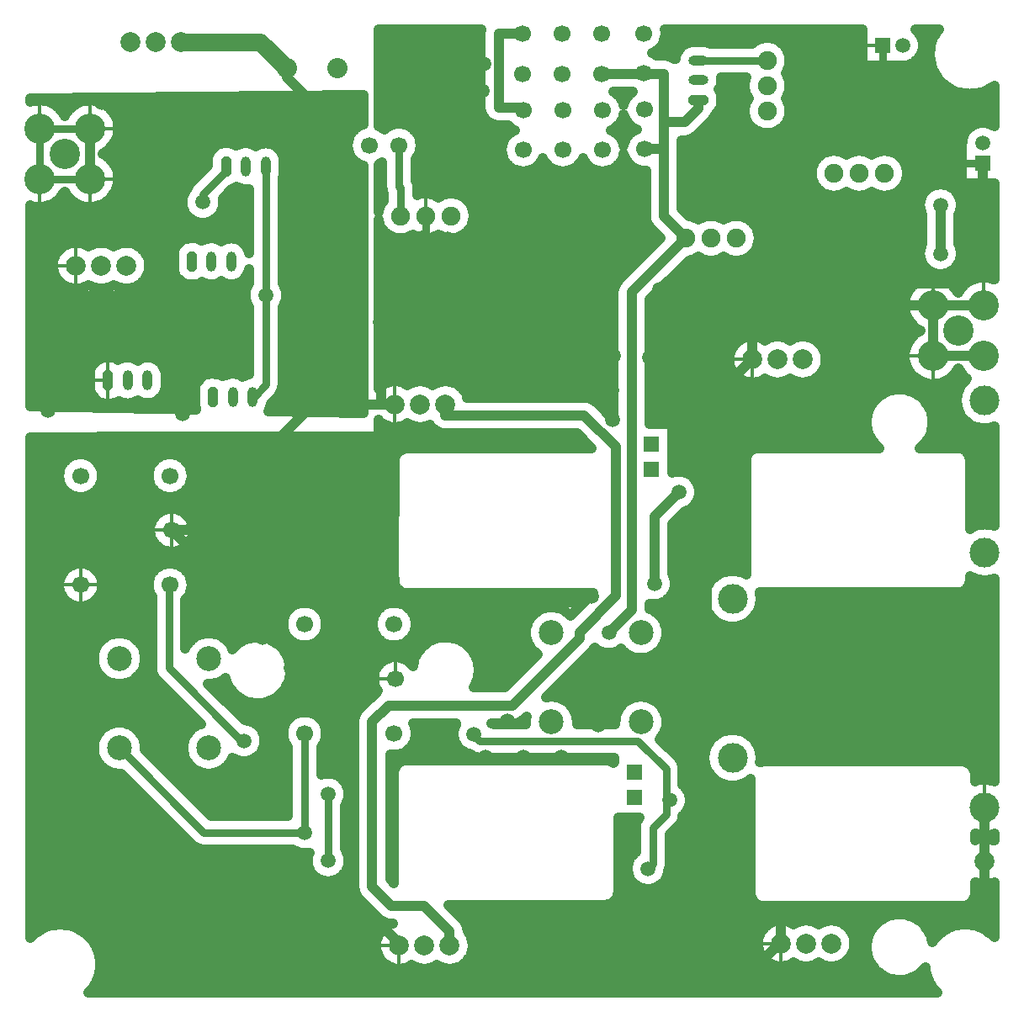
<source format=gbr>
G04 DipTrace 3.3.1.1*
G04 Bottom.gbr*
%MOIN*%
G04 #@! TF.FileFunction,Copper,L2,Bot*
G04 #@! TF.Part,Single*
%AMOUTLINE0*
4,1,8,
-0.019685,-0.029528,
-0.009843,-0.03937,
0.009843,-0.03937,
0.019685,-0.029528,
0.019685,0.029528,
0.009843,0.03937,
-0.009843,0.03937,
-0.019685,0.029528,
-0.019685,-0.029528,
0*%
%AMOUTLINE3*
4,1,8,
0.029528,-0.019685,
0.03937,-0.009843,
0.03937,0.009843,
0.029528,0.019685,
-0.029528,0.019685,
-0.03937,0.009843,
-0.03937,-0.009843,
-0.029528,-0.019685,
0.029528,-0.019685,
0*%
G04 #@! TA.AperFunction,Conductor*
%ADD13C,0.03937*%
%ADD14C,0.029528*%
%ADD15C,0.07*%
G04 #@! TA.AperFunction,CopperBalancing*
%ADD20C,0.04*%
%ADD21C,0.013*%
G04 #@! TA.AperFunction,ComponentPad*
%ADD27C,0.12*%
%ADD28C,0.07874*%
%ADD29R,0.059055X0.059055*%
%ADD30C,0.059055*%
%ADD31C,0.08*%
%ADD33C,0.066929*%
%ADD36C,0.11811*%
%ADD38C,0.098425*%
%ADD40O,0.03937X0.07874*%
%ADD43C,0.074803*%
%ADD44O,0.07874X0.03937*%
%ADD45C,0.07874*%
G04 #@! TA.AperFunction,ViaPad*
%ADD47C,0.059055*%
G04 #@! TA.AperFunction,ComponentPad*
%ADD102OUTLINE0*%
%ADD105OUTLINE3*%
%FSLAX26Y26*%
G04*
G70*
G90*
G75*
G01*
G04 Bottom*
%LPD*%
X3099810Y3991152D2*
D13*
Y3957516D1*
X3045155Y3902861D1*
X2962310D1*
Y3795274D1*
Y3529705D1*
X3049164Y3442850D1*
X2835425Y3229112D1*
Y1970543D1*
X2744567Y1879685D1*
X2716835Y4094787D2*
X2962310D1*
Y3902861D1*
Y3795274D2*
X2886622D1*
Y3795671D1*
X1333819Y2814846D2*
D14*
X1337623D1*
X1384878Y2862101D1*
Y3216474D1*
X1385735Y3217331D1*
Y3598605D1*
X1385303Y3599037D1*
Y3728264D1*
X2401874Y4252268D2*
D13*
X2308669D1*
Y3961482D1*
X2405189D1*
Y3950476D1*
X2096996Y2785197D2*
Y2740101D1*
X2647260D1*
X2771467Y2615894D1*
Y2025329D1*
X2627854Y1881717D1*
Y1857227D1*
X2361549Y1590921D1*
X1871196D1*
X1807236Y1526962D1*
Y874298D1*
X1883706Y797828D1*
X2011906D1*
X2113693Y696041D1*
Y638765D1*
X4058430Y3381427D2*
Y3575068D1*
X4228361Y3176285D2*
X4028361D1*
X4233227Y973825D2*
Y826199D1*
X4171022Y763995D1*
X3733047D1*
X3514626D1*
X3461806D1*
X3426304Y728493D1*
Y648332D1*
X3312546Y2962436D2*
X3188682Y2838572D1*
Y2125579D1*
X3133381Y2070277D1*
Y1909798D1*
X3127664D1*
X4028361Y3176285D2*
X3818986D1*
X3696542D1*
X3405310D1*
X3312546Y3083521D1*
Y2962436D1*
X4233227Y973825D2*
X4233283Y1065614D1*
Y1187226D1*
X4028361Y2976285D2*
X4228361D1*
X3696542Y3176285D2*
Y3165386D1*
X3712118D1*
Y2831056D1*
X3630667Y2749605D1*
X4028361Y3176285D2*
Y2976285D1*
X1146314Y586604D2*
Y977421D1*
X3091282Y1733093D2*
X3084680D1*
Y1421210D1*
X3078854D1*
Y949896D1*
X3002147D1*
X3127664Y1909798D2*
Y1769475D1*
X3091282Y1733093D1*
X1624054Y2136286D2*
Y2140953D1*
X1422150D1*
X1156815D1*
X1011694Y2286073D1*
X1896996Y2785197D2*
X1841483D1*
X1571328D1*
X1317367Y2531236D1*
X1122474Y2336343D1*
Y2332239D1*
X1076308Y2286073D1*
X1011694D1*
X489234Y3678016D2*
D14*
X689234D1*
X489234Y3878016D2*
X689234D1*
X489234Y3678016D2*
Y3878016D1*
X3426304Y648332D2*
D13*
Y654101D1*
X3317394Y545190D1*
X3024196D1*
X1913693Y638765D2*
X1922348D1*
X1732644Y828469D1*
Y841255D1*
X3411976Y3175697D2*
X3405310Y3176285D1*
X3002147Y949896D2*
X3024196D1*
Y545190D1*
X3853364Y3264044D2*
X3818986Y3176285D1*
X3733047Y771168D2*
Y763995D1*
X3514626Y765343D2*
Y763995D1*
X1175879Y2264846D2*
Y2336343D1*
X1122474D1*
X1425546Y2068026D2*
X1422150Y2140953D1*
X1573434Y2791029D2*
X1571328Y2785197D1*
X1339348Y2571833D2*
X1317367Y2531236D1*
X2019201Y3531524D2*
D14*
Y3444294D1*
Y3426358D1*
X1841483D1*
D13*
Y2785197D1*
X2001327Y3444294D2*
D14*
X2019201D1*
X3772333Y2833094D2*
D13*
X3712118Y2831056D1*
X689234Y3878016D2*
Y3678016D1*
X3353428Y3548848D2*
Y3361402D1*
X3452231Y3262598D1*
X4125831D1*
X4225362Y3362130D1*
Y3740047D1*
X3829497Y4207248D2*
D14*
Y3961159D1*
X4006860Y3783797D1*
Y3777114D1*
X4043927Y3740047D1*
X4225362D1*
X1049836Y4220201D2*
D15*
X1363176D1*
X1467971Y4115406D1*
D13*
Y4079777D1*
X1694000Y3853748D1*
Y3731008D1*
X1737073D1*
Y3657803D1*
X4261802Y1065598D2*
X4233283Y1065614D1*
X1632577Y975961D2*
D14*
Y1240398D1*
X1919201Y3531524D2*
Y3642081D1*
X1913455Y3647827D1*
Y3811322D1*
X1299323Y1451231D2*
X1288507D1*
X1001135Y1738602D1*
Y2063598D1*
X1006151Y2068614D1*
X2924388Y2073752D2*
D13*
Y2340005D1*
X3021877Y2437493D1*
X1228544Y3727838D2*
D14*
Y3708719D1*
X1135927Y3616102D1*
Y3585332D1*
X1539423Y1480370D2*
X1540822Y1087354D1*
X1140385D1*
X805335Y1422404D1*
X2210260Y1477927D2*
Y1473677D1*
X2232627Y1451310D1*
X2858408D1*
X2971098Y1338619D1*
Y1215542D1*
Y1159100D1*
X2918677Y1106678D1*
Y963148D1*
X2899895Y944366D1*
X2971098Y1215542D2*
X2984916D1*
X3371810Y4147533D2*
X3243463D1*
X3243087Y4147909D1*
X3099390D1*
D47*
X2744567Y1879685D3*
X4058430Y3381427D3*
Y3575068D3*
X3630667Y2749605D3*
X1146314Y586604D3*
Y977421D3*
X1624054Y2136286D3*
X3024196Y545190D3*
X1632577Y975961D3*
Y1240398D3*
D3*
X734283Y3981534D3*
X3439077Y4258202D3*
X2094000Y2632643D3*
X847470Y3494340D3*
X1573274Y3564285D3*
X1139293Y3177115D3*
X1112432Y2890958D3*
X1734934Y3538844D3*
X2294000Y2632643D3*
X3021877Y2437493D3*
X3537479Y1870814D3*
X4102752Y1841298D3*
X3537479Y1399864D3*
X4103864D3*
X1115605Y1918277D3*
X916522Y795896D3*
X2237831Y2022843D3*
X1057340Y2747341D3*
X1735703Y3403874D3*
X3792831Y3046255D3*
X3411976Y3175697D3*
X2384277Y2022843D3*
X916811Y1824054D3*
X2262636Y1734127D3*
X3641127Y2632041D3*
X776978Y936772D3*
X2774507Y568386D3*
X1741287Y3039783D3*
X2169399Y3024525D3*
X1634029Y2016461D3*
X1928072Y3953450D3*
X2177430Y3874176D3*
X2530723Y2022843D3*
X2770647Y3626542D3*
X2751786Y3460579D3*
X2555648Y3281496D3*
X2677169Y2022843D3*
X1941650Y3191955D3*
X3183618Y3263633D3*
X3335337Y3264883D3*
X4212171Y3343453D3*
X3471178Y3560154D3*
X4076062Y2794676D3*
X3810887Y2027797D3*
X3822951Y1399864D3*
X3537479Y1713829D3*
X4101808Y1607252D3*
X2505121Y568386D3*
X657434Y811752D3*
X640617Y1088381D3*
X1414659Y1989173D3*
X519660Y2066739D3*
Y2531008D3*
X522769Y2890600D3*
X519660Y1911983D3*
X1241903Y2070671D3*
X1994000Y2632643D3*
X2594000D3*
X2754522Y2839719D3*
X1958685Y1998644D3*
X2494000Y2632643D3*
X2347652Y2937870D3*
X2533972Y2841660D3*
X2586391Y2976028D3*
X3092290Y2882136D3*
X2924388Y2073752D3*
X3125089Y2973621D3*
X3021047Y2970119D3*
X2921234Y2769551D3*
X3925785Y2857458D3*
X3622381Y3025276D3*
X3642378Y3437496D3*
X3853364Y3264044D3*
X3909167Y3044126D3*
X2255522Y1385585D3*
X3619438Y2889846D3*
X3359383Y2627664D3*
X2581231Y1646240D3*
X2702761Y1512352D3*
X3296205Y774080D3*
X4254155Y743884D3*
X3934009Y490051D3*
X3733047Y771168D3*
X3514626Y765343D3*
X1272423Y922346D3*
X1372110Y1861413D3*
X513096Y1232287D3*
X1204232Y1652033D3*
X1705465Y1366409D3*
X3537479Y1556846D3*
X985227Y1396045D3*
X2341556Y1529063D3*
X2104853Y1385585D3*
X2176430Y782470D3*
X2314765D3*
X2453098D3*
X2591432D3*
X2729765D3*
X2909201Y568386D3*
X2659677Y688359D3*
X2370428Y568386D3*
X2639814D3*
X3537479Y2027797D3*
X4095627D3*
X3797126Y1874476D3*
X3800054Y1558303D3*
X3329696Y1694014D3*
Y1910980D3*
Y1477050D3*
X2017638Y1864525D3*
X2188522Y1863241D3*
X1486219Y1838173D3*
X1489398Y1650728D3*
X1651702Y1676211D3*
X1797835Y1664563D3*
X1655301Y1848198D3*
X1787974Y1844909D3*
X2406192Y1385585D3*
X952790Y2583718D3*
X2556861Y1385585D3*
X1211285Y2579772D3*
X1573434Y2791029D3*
X822203Y2492804D3*
X665680Y2299146D3*
X519660Y2221496D3*
Y2376252D3*
X975182Y2396684D3*
X1175879Y2264846D3*
X1119331Y2073318D3*
X1425546Y2068026D3*
X1221600Y1951993D3*
X720287Y1293841D3*
X845890Y1177783D3*
X943312Y1050228D3*
X1059495Y935948D3*
X1269127Y702463D3*
X1411178Y586454D3*
X2124010Y478887D3*
X1772881Y481374D3*
X1370676Y480430D3*
X1529188Y2524853D3*
X1064944Y2581967D3*
X1339348Y2571833D3*
X1841686Y3197072D3*
X1839753Y3110071D3*
X2037646Y3089450D3*
X2087155Y3194293D3*
X2267717Y3106924D3*
X2511458Y3166412D3*
X3050684Y3144117D3*
X3218541Y3162138D3*
X2086810Y2898517D3*
X1746126Y2933501D3*
X942009Y3170394D3*
X927493Y3408001D3*
X2002971Y3390046D3*
X2001327Y3444294D3*
X2106537Y3441007D3*
X2127908Y3368675D3*
X2945940Y3241231D3*
X2238050Y3371962D3*
X2329008Y3283816D3*
X2442995Y3284361D3*
X1737073Y3657803D3*
X2672551Y3314449D3*
X632618Y3500999D3*
X2670769Y3527643D3*
X2362270Y3704031D3*
X2490076Y3705747D3*
X522086Y2758959D3*
X2174488Y3712651D3*
X4218896Y3960699D3*
X2007902Y3707320D3*
X2059600Y3841680D3*
X2879757Y3619185D3*
X2860340Y3459617D3*
X2760509Y2723211D3*
X2761913Y2976028D3*
X2906563Y2971433D3*
X2915344Y2879094D3*
X3087735Y2769402D3*
X2350013Y3871846D3*
X2241463Y4028051D3*
X2249407Y4133953D3*
X2058785Y4088944D3*
X3353428Y3548848D3*
X3505530Y3364946D3*
X2641332Y2840369D3*
X2394000Y2632643D3*
X2194000D3*
X3505724Y2629853D3*
X3780906Y2632041D3*
X1147505Y489252D3*
X1012322Y664648D3*
X1405469Y921535D3*
X4012728Y2635459D3*
X4121518Y2643402D3*
X3772333Y2833094D3*
X3383776Y2027797D3*
X3668516D3*
X3953257D3*
X3329696Y1802497D3*
Y1585533D3*
X3401581Y1399864D3*
X3682495D3*
X3963407D3*
X1411140Y705836D3*
X1570471Y483860D3*
X1959463Y480430D3*
X539560Y953626D3*
X519660Y1757227D3*
X1954184Y1385585D3*
X515283Y1587748D3*
X513096Y1417676D3*
X761438Y1589890D3*
X1487165Y1739627D3*
X1707257Y1480029D3*
X921602Y1961765D3*
X1385735Y3217331D3*
X1732644Y841255D3*
X3002147Y949896D3*
X3127664Y1909798D3*
X3091282Y1733093D3*
X1299323Y1451231D3*
X1135927Y3585332D3*
X1540822Y1087354D3*
X2984916Y1215542D3*
X2210260Y1477927D3*
X2899895Y944366D3*
X2912295Y1706302D3*
X4261802Y1065598D3*
X554742Y3971139D2*
D20*
X623713D1*
X754724D2*
X1769998D1*
X791290Y3931270D2*
X1769998D1*
X804029Y3891402D2*
X1762642D1*
X801661Y3851533D2*
X1716387D1*
X782965Y3811664D2*
X1188495D1*
X1421273D2*
X1706268D1*
X753720Y3771795D2*
X1155302D1*
X1456476D2*
X1716028D1*
X790932Y3731927D2*
X1153256D1*
X1460602D2*
X1760811D1*
X803957Y3692058D2*
X1114035D1*
X1458664D2*
X1769998D1*
X801804Y3652189D2*
X1076249D1*
X1455650D2*
X1769998D1*
X783432Y3612320D2*
X1055436D1*
X1230010D2*
X1314950D1*
X1455650D2*
X1769998D1*
X529443Y3572451D2*
X649012D1*
X729426D2*
X1051812D1*
X1220035D2*
X1315381D1*
X1456117D2*
X1769998D1*
X457388Y3532583D2*
X1070292D1*
X1201554D2*
X1315381D1*
X1456117D2*
X1769998D1*
X457388Y3492714D2*
X1315381D1*
X1456117D2*
X1769998D1*
X457388Y3452845D2*
X1315381D1*
X1456117D2*
X1769998D1*
X457388Y3412976D2*
X583667D1*
X882867D2*
X1028415D1*
X1456117D2*
X1769998D1*
X457388Y3373108D2*
X546993D1*
X919505D2*
X1017184D1*
X1456117D2*
X1769998D1*
X457388Y3333239D2*
X538309D1*
X928224D2*
X1017184D1*
X1456117D2*
X1769998D1*
X457388Y3293370D2*
X547998D1*
X918536D2*
X1025724D1*
X1456117D2*
X1769998D1*
X457388Y3253501D2*
X587399D1*
X879135D2*
X1309101D1*
X1462361D2*
X1769998D1*
X457388Y3213633D2*
X1300704D1*
X1470793D2*
X1769998D1*
X457388Y3173764D2*
X1313300D1*
X1458162D2*
X1769998D1*
X457388Y3133895D2*
X1314520D1*
X1455255D2*
X1769998D1*
X457388Y3094026D2*
X1314520D1*
X1455255D2*
X1769998D1*
X457388Y3054157D2*
X1314520D1*
X1455255D2*
X1769998D1*
X457388Y3014289D2*
X1314520D1*
X1455255D2*
X1769998D1*
X457388Y2974420D2*
X1314520D1*
X1455255D2*
X1769998D1*
X457388Y2934551D2*
X692288D1*
X983055D2*
X1314520D1*
X1455255D2*
X1769998D1*
X457388Y2894682D2*
X685219D1*
X992529D2*
X1131762D1*
X1455255D2*
X1769998D1*
X457388Y2854814D2*
X685219D1*
X992385D2*
X1102947D1*
X1454825D2*
X1769998D1*
X457388Y2814945D2*
X698388D1*
X976740D2*
X1101763D1*
X1435591D2*
X1769998D1*
X498511Y2775076D2*
X1102731D1*
X1406202D2*
X1769998D1*
X800818Y3876179D2*
X800093Y3865183D1*
X798287Y3854313D1*
X795418Y3843674D1*
X791514Y3833370D1*
X786613Y3823501D1*
X780762Y3814163D1*
X774019Y3805448D1*
X766449Y3797441D1*
X758127Y3790219D1*
X749132Y3783853D1*
X739554Y3778405D1*
X738776Y3778019D1*
X748113Y3772819D1*
X757176Y3766551D1*
X765576Y3759419D1*
X773231Y3751493D1*
X780068Y3742852D1*
X786019Y3733578D1*
X791027Y3723762D1*
X795042Y3713500D1*
X798026Y3702893D1*
X799949Y3692043D1*
X800792Y3681056D1*
X800592Y3670672D1*
X799325Y3659726D1*
X796984Y3648958D1*
X793593Y3638474D1*
X789185Y3628375D1*
X783803Y3618760D1*
X777498Y3609722D1*
X770333Y3601351D1*
X762377Y3593727D1*
X753708Y3586925D1*
X744411Y3581010D1*
X734575Y3576042D1*
X724298Y3572067D1*
X713678Y3569126D1*
X702821Y3567246D1*
X691831Y3566446D1*
X680815Y3566734D1*
X669882Y3568106D1*
X659137Y3570550D1*
X648686Y3574042D1*
X638630Y3578548D1*
X629068Y3584023D1*
X620092Y3590415D1*
X611790Y3597660D1*
X604243Y3605689D1*
X597524Y3614423D1*
X591700Y3623778D1*
X589185Y3628375D1*
X583803Y3618760D1*
X577498Y3609722D1*
X570333Y3601351D1*
X562377Y3593727D1*
X553708Y3586925D1*
X544411Y3581010D1*
X534575Y3576042D1*
X524298Y3572067D1*
X513678Y3569126D1*
X502821Y3567246D1*
X491831Y3566446D1*
X480815Y3566734D1*
X469882Y3568106D1*
X459137Y3570550D1*
X453373Y3572337D1*
X453370Y2775854D1*
X1110364Y2763671D1*
X1108300Y2768948D1*
X1106410Y2776822D1*
X1105774Y2784894D1*
X1105933Y2847997D1*
X1107200Y2855994D1*
X1109702Y2863695D1*
X1113378Y2870910D1*
X1118137Y2877460D1*
X1130730Y2890278D1*
X1136887Y2895537D1*
X1143791Y2899767D1*
X1151272Y2902866D1*
X1159145Y2904756D1*
X1167233Y2905391D1*
X1190950Y2905232D1*
X1198948Y2903966D1*
X1206648Y2901463D1*
X1213863Y2897788D1*
X1217244Y2895527D1*
X1227461Y2900398D1*
X1238099Y2903855D1*
X1249148Y2905605D1*
X1260333D1*
X1271382Y2903855D1*
X1282020Y2900398D1*
X1291987Y2895320D1*
X1294223Y2893826D1*
X1301460Y2898055D1*
X1311795Y2902335D1*
X1318533Y2904123D1*
X1318514Y3171889D1*
X1313450Y3180500D1*
X1310783Y3186285D1*
X1308578Y3192261D1*
X1306849Y3198392D1*
X1305606Y3204640D1*
X1304857Y3210966D1*
X1304607Y3217331D1*
X1304857Y3223696D1*
X1305606Y3230022D1*
X1306849Y3236270D1*
X1308578Y3242401D1*
X1310783Y3248377D1*
X1313450Y3254162D1*
X1319369Y3263920D1*
X1319371Y3319206D1*
X1317046Y3310040D1*
X1312765Y3299705D1*
X1306920Y3290168D1*
X1299656Y3281662D1*
X1291150Y3274397D1*
X1281612Y3268553D1*
X1271278Y3264272D1*
X1260401Y3261661D1*
X1249250Y3260783D1*
X1238098Y3261661D1*
X1227221Y3264272D1*
X1216887Y3268553D1*
X1209767Y3272782D1*
X1202530Y3268553D1*
X1192195Y3264272D1*
X1181318Y3261661D1*
X1170167Y3260783D1*
X1159016Y3261661D1*
X1148139Y3264272D1*
X1137804Y3268553D1*
X1133588Y3270914D1*
X1129289Y3267954D1*
X1122075Y3264278D1*
X1114374Y3261776D1*
X1106377Y3260509D1*
X1082643Y3260350D1*
X1074571Y3260985D1*
X1066698Y3262875D1*
X1059217Y3265974D1*
X1052314Y3270205D1*
X1046146Y3275475D1*
X1033564Y3288281D1*
X1028805Y3294832D1*
X1025129Y3302046D1*
X1022626Y3309747D1*
X1021360Y3317744D1*
X1021201Y3349352D1*
X1021360Y3384896D1*
X1022626Y3392893D1*
X1025129Y3400594D1*
X1028804Y3407809D1*
X1033564Y3414359D1*
X1046157Y3427177D1*
X1052314Y3432436D1*
X1059217Y3436666D1*
X1066698Y3439765D1*
X1074571Y3441655D1*
X1082659Y3442290D1*
X1106377Y3442131D1*
X1114374Y3440865D1*
X1122075Y3438362D1*
X1129289Y3434687D1*
X1132671Y3432426D1*
X1142887Y3437297D1*
X1153526Y3440754D1*
X1164574Y3442503D1*
X1175760D1*
X1186808Y3440754D1*
X1197447Y3437297D1*
X1207413Y3432219D1*
X1209649Y3430725D1*
X1216887Y3434954D1*
X1227221Y3439234D1*
X1238098Y3441846D1*
X1249250Y3442723D1*
X1260401Y3441846D1*
X1271278Y3439234D1*
X1281612Y3434954D1*
X1291150Y3429109D1*
X1299656Y3421844D1*
X1306920Y3413338D1*
X1312765Y3403801D1*
X1317046Y3393466D1*
X1319371Y3384026D1*
X1319144Y3593830D1*
X1318939Y3617409D1*
Y3638473D1*
X1311818Y3637521D1*
X1300632D1*
X1289584Y3639271D1*
X1278945Y3642728D1*
X1269646Y3647432D1*
X1265347Y3644472D1*
X1258133Y3640796D1*
X1254316Y3639390D1*
X1249487Y3635810D1*
X1215359Y3601682D1*
X1216804Y3591697D1*
X1217054Y3585332D1*
X1216804Y3578967D1*
X1216055Y3572641D1*
X1214813Y3566393D1*
X1213083Y3560262D1*
X1210879Y3554286D1*
X1208212Y3548501D1*
X1205099Y3542943D1*
X1201560Y3537646D1*
X1197616Y3532644D1*
X1193292Y3527966D1*
X1188615Y3523642D1*
X1183612Y3519698D1*
X1178316Y3516159D1*
X1172758Y3513047D1*
X1166973Y3510380D1*
X1160996Y3508175D1*
X1154865Y3506446D1*
X1148618Y3505203D1*
X1142292Y3504455D1*
X1135927Y3504204D1*
X1129561Y3504455D1*
X1123235Y3505203D1*
X1116988Y3506446D1*
X1110857Y3508175D1*
X1104880Y3510380D1*
X1099095Y3513047D1*
X1093537Y3516159D1*
X1088241Y3519698D1*
X1083238Y3523642D1*
X1078561Y3527966D1*
X1074237Y3532644D1*
X1070293Y3537646D1*
X1066754Y3542943D1*
X1063641Y3548501D1*
X1060974Y3554286D1*
X1058770Y3560262D1*
X1057041Y3566393D1*
X1055798Y3572641D1*
X1055049Y3578967D1*
X1054799Y3585332D1*
X1055049Y3591697D1*
X1055798Y3598023D1*
X1057041Y3604271D1*
X1058770Y3610402D1*
X1060974Y3616378D1*
X1063641Y3622163D1*
X1066754Y3627721D1*
X1072588Y3635929D1*
X1074614Y3641499D1*
X1079342Y3650777D1*
X1085463Y3659202D1*
X1101992Y3676020D1*
X1157281Y3731310D1*
X1157418Y3761415D1*
X1158684Y3769412D1*
X1161186Y3777112D1*
X1164862Y3784327D1*
X1169622Y3790878D1*
X1182214Y3803695D1*
X1188371Y3808954D1*
X1195275Y3813185D1*
X1202756Y3816283D1*
X1210629Y3818173D1*
X1218717Y3818808D1*
X1242435Y3818650D1*
X1250432Y3817383D1*
X1258133Y3814881D1*
X1265347Y3811205D1*
X1268728Y3808944D1*
X1278945Y3813815D1*
X1289584Y3817272D1*
X1300632Y3819022D1*
X1311818D1*
X1322866Y3817272D1*
X1333504Y3813815D1*
X1343471Y3808737D1*
X1345707Y3807243D1*
X1352945Y3811472D1*
X1363279Y3815753D1*
X1374156Y3818364D1*
X1385307Y3819242D1*
X1396459Y3818364D1*
X1407336Y3815753D1*
X1417670Y3811472D1*
X1427208Y3805627D1*
X1435714Y3798363D1*
X1442978Y3789857D1*
X1448823Y3780319D1*
X1453104Y3769985D1*
X1455715Y3759108D1*
X1456593Y3747956D1*
X1456373Y3702994D1*
X1454623Y3691945D1*
X1451673Y3682681D1*
X1451667Y3606150D1*
X1452098Y3598585D1*
X1452099Y3263985D1*
X1458020Y3254162D1*
X1460687Y3248377D1*
X1462892Y3242401D1*
X1464621Y3236270D1*
X1465864Y3230022D1*
X1466612Y3223696D1*
X1466862Y3217331D1*
X1466612Y3210966D1*
X1465864Y3204640D1*
X1464621Y3198392D1*
X1462892Y3192261D1*
X1460687Y3186285D1*
X1458020Y3180500D1*
X1454908Y3174942D1*
X1451230Y3169469D1*
X1451242Y2862101D1*
X1450425Y2851719D1*
X1447994Y2841593D1*
X1444009Y2831972D1*
X1438567Y2823093D1*
X1431789Y2815161D1*
X1404781Y2788151D1*
X1403139Y2778528D1*
X1399682Y2767890D1*
X1394871Y2758400D1*
X1773964Y2751382D1*
X1774000Y3728983D1*
X1762792Y3732732D1*
X1756727Y3735528D1*
X1750899Y3738792D1*
X1745345Y3742503D1*
X1740100Y3746638D1*
X1735195Y3751172D1*
X1730662Y3756077D1*
X1726526Y3761322D1*
X1722816Y3766875D1*
X1719552Y3772703D1*
X1716756Y3778769D1*
X1714444Y3785035D1*
X1712631Y3791464D1*
X1711328Y3798014D1*
X1710543Y3804647D1*
X1710281Y3811322D1*
X1710543Y3817996D1*
X1711328Y3824629D1*
X1712631Y3831179D1*
X1714444Y3837608D1*
X1716756Y3843874D1*
X1719552Y3849940D1*
X1722816Y3855768D1*
X1726526Y3861321D1*
X1730662Y3866567D1*
X1735195Y3871471D1*
X1740100Y3876005D1*
X1745345Y3880140D1*
X1750899Y3883851D1*
X1756727Y3887115D1*
X1762792Y3889911D1*
X1774006Y3893618D1*
X1774000Y4010817D1*
X453345Y3996266D1*
X453370Y3983716D1*
X463308Y3986563D1*
X474139Y3988590D1*
X485117Y3989540D1*
X496135Y3989402D1*
X507086Y3988179D1*
X517863Y3985881D1*
X528361Y3982532D1*
X538477Y3978164D1*
X548113Y3972819D1*
X557176Y3966551D1*
X565576Y3959419D1*
X573231Y3951493D1*
X580068Y3942852D1*
X586019Y3933578D1*
X589231Y3927557D1*
X593866Y3935978D1*
X600047Y3945100D1*
X607098Y3953569D1*
X614949Y3961300D1*
X623524Y3968220D1*
X632740Y3974261D1*
X642507Y3979363D1*
X652729Y3983477D1*
X663308Y3986563D1*
X674139Y3988590D1*
X685117Y3989540D1*
X696135Y3989402D1*
X707086Y3988179D1*
X717863Y3985881D1*
X728361Y3982532D1*
X738477Y3978164D1*
X748113Y3972819D1*
X757176Y3966551D1*
X765576Y3959419D1*
X773231Y3951493D1*
X780068Y3942852D1*
X786019Y3933578D1*
X791027Y3923762D1*
X795042Y3913500D1*
X798026Y3902893D1*
X799949Y3892043D1*
X800792Y3881056D1*
X800818Y3876179D1*
X1157259Y3741602D2*
Y3741634D1*
X1021201Y3365084D2*
Y3365115D1*
Y3339493D2*
Y3339525D1*
X1105775Y2828185D2*
Y2828216D1*
Y2802594D2*
Y2802626D1*
X714145Y2803086D2*
X701814Y2815602D1*
X697412Y2821479D1*
X693888Y2827921D1*
X691314Y2834798D1*
X689742Y2841971D1*
X689205Y2849301D1*
X689335Y2912127D1*
X690378Y2919395D1*
X692441Y2926442D1*
X695484Y2933125D1*
X699444Y2939308D1*
X704248Y2944872D1*
X716849Y2957288D1*
X722726Y2961691D1*
X729168Y2965215D1*
X736045Y2967789D1*
X743217Y2969360D1*
X750548Y2969898D1*
X774004Y2969767D1*
X781272Y2968725D1*
X788319Y2966662D1*
X795002Y2963619D1*
X799699Y2960726D1*
X805808Y2962561D1*
X816143Y2966842D1*
X827019Y2969453D1*
X838171Y2970331D1*
X849322Y2969453D1*
X860199Y2966842D1*
X870534Y2962561D1*
X877653Y2958332D1*
X884891Y2962561D1*
X895225Y2966842D1*
X906102Y2969453D1*
X917253Y2970331D1*
X928405Y2969453D1*
X939282Y2966842D1*
X949616Y2962561D1*
X959154Y2956717D1*
X967660Y2949452D1*
X974924Y2940946D1*
X980769Y2931409D1*
X985050Y2921074D1*
X987661Y2910197D1*
X988539Y2899046D1*
X988319Y2854083D1*
X986569Y2843035D1*
X983112Y2832396D1*
X978034Y2822430D1*
X971459Y2813380D1*
X963549Y2805470D1*
X954500Y2798895D1*
X944533Y2793817D1*
X933895Y2790361D1*
X922846Y2788611D1*
X911661D1*
X900612Y2790361D1*
X889974Y2793817D1*
X880007Y2798895D1*
X877771Y2800390D1*
X870534Y2796161D1*
X860199Y2791880D1*
X849322Y2789269D1*
X838171Y2788391D1*
X827019Y2789269D1*
X816143Y2791880D1*
X805808Y2796161D1*
X801526Y2798454D1*
X795376Y2794443D1*
X788719Y2791345D1*
X781689Y2789223D1*
X774429Y2788121D1*
X761146Y2787958D1*
X746976Y2788088D1*
X739707Y2789131D1*
X732660Y2791194D1*
X725977Y2794237D1*
X719794Y2798198D1*
X714231Y2803001D1*
X923948Y3327124D2*
X923109Y3320030D1*
X921715Y3313025D1*
X919776Y3306150D1*
X917304Y3299448D1*
X914313Y3292962D1*
X910823Y3286729D1*
X906855Y3280790D1*
X902433Y3275181D1*
X897584Y3269936D1*
X892339Y3265087D1*
X886729Y3260665D1*
X880790Y3256696D1*
X874558Y3253206D1*
X868071Y3250216D1*
X861370Y3247743D1*
X854495Y3245805D1*
X847489Y3244411D1*
X840396Y3243572D1*
X833259Y3243291D1*
X826121Y3243572D1*
X819028Y3244411D1*
X812022Y3245805D1*
X805147Y3247743D1*
X798446Y3250216D1*
X791959Y3253206D1*
X783337Y3258293D1*
X774558Y3253206D1*
X768071Y3250216D1*
X761370Y3247743D1*
X754495Y3245805D1*
X747489Y3244411D1*
X740396Y3243572D1*
X733259Y3243291D1*
X726121Y3243572D1*
X719028Y3244411D1*
X712022Y3245805D1*
X705147Y3247743D1*
X698446Y3250216D1*
X691959Y3253206D1*
X683337Y3258293D1*
X675282Y3253579D1*
X666934Y3249754D1*
X658243Y3246789D1*
X649298Y3244716D1*
X640189Y3243555D1*
X631010Y3243319D1*
X621853Y3244009D1*
X612813Y3245618D1*
X603981Y3248131D1*
X595447Y3251521D1*
X587299Y3255755D1*
X579619Y3260788D1*
X572485Y3266569D1*
X565971Y3273041D1*
X560142Y3280136D1*
X555058Y3287783D1*
X550771Y3295903D1*
X547324Y3304414D1*
X544753Y3313229D1*
X543084Y3322259D1*
X542333Y3331410D1*
X542509Y3340591D1*
X543609Y3349707D1*
X545623Y3358666D1*
X548530Y3367376D1*
X552300Y3375749D1*
X556895Y3383699D1*
X562268Y3391146D1*
X568364Y3398013D1*
X575121Y3404230D1*
X582471Y3409734D1*
X590338Y3414470D1*
X598643Y3418388D1*
X607300Y3421449D1*
X616222Y3423622D1*
X625317Y3424884D1*
X634493Y3425223D1*
X643657Y3424635D1*
X652715Y3423126D1*
X661574Y3420712D1*
X670145Y3417417D1*
X678340Y3413275D1*
X683251Y3410261D1*
X691959Y3415316D1*
X698446Y3418307D1*
X705147Y3420779D1*
X712022Y3422718D1*
X719028Y3424111D1*
X726121Y3424951D1*
X733259Y3425231D1*
X740396Y3424951D1*
X747489Y3424111D1*
X754495Y3422718D1*
X761370Y3420779D1*
X768071Y3418307D1*
X774558Y3415316D1*
X783180Y3410229D1*
X791959Y3415316D1*
X798446Y3418307D1*
X805147Y3420779D1*
X812022Y3422718D1*
X819028Y3424111D1*
X826121Y3424951D1*
X833259Y3425231D1*
X840396Y3424951D1*
X847489Y3424111D1*
X854495Y3422718D1*
X861370Y3420779D1*
X868071Y3418307D1*
X874558Y3415316D1*
X880790Y3411826D1*
X886729Y3407857D1*
X892339Y3403435D1*
X897584Y3398587D1*
X902433Y3393341D1*
X906855Y3387732D1*
X910823Y3381793D1*
X914313Y3375561D1*
X917304Y3369074D1*
X919776Y3362372D1*
X921715Y3355498D1*
X923109Y3348492D1*
X923948Y3341399D1*
X924229Y3334261D1*
X923948Y3327124D1*
X689234Y3989580D2*
D21*
Y3878016D1*
X800798D1*
X689234Y3678016D2*
Y3566452D1*
Y3678016D2*
X800798D1*
X489234D2*
Y3566452D1*
Y3989580D2*
Y3878016D1*
X760490Y2969933D2*
Y2787923D1*
X689170Y2878928D2*
X760490D1*
X633259Y3425195D2*
Y3243327D1*
X542324Y3334261D2*
X633259D1*
X1835308Y4231769D2*
D20*
X2233374D1*
X2969141D2*
X3339073D1*
X3404524D2*
X3744385D1*
X3989580D2*
X4024031D1*
X1835308Y4191900D2*
X2233374D1*
X2944417D2*
X3019596D1*
X3452967D2*
X3744385D1*
X3991912D2*
X4013804D1*
X1835308Y4152031D2*
X2233374D1*
X3464702D2*
X3744385D1*
X3971673D2*
X4014055D1*
X1835308Y4112163D2*
X2233374D1*
X3457489D2*
X4024856D1*
X1835308Y4072294D2*
X2233374D1*
X3194243D2*
X3282304D1*
X3461293D2*
X4048898D1*
X1835308Y4032425D2*
X2233374D1*
X3184338D2*
X3280116D1*
X3463517D2*
X4098526D1*
X1835308Y3992556D2*
X2233374D1*
X3194781D2*
X3291024D1*
X3452573D2*
X4267612D1*
X1835308Y3952688D2*
X2233912D1*
X3186097D2*
X3278967D1*
X3464666D2*
X4267612D1*
X1835308Y3912819D2*
X2252572D1*
X3159327D2*
X3285857D1*
X3457776D2*
X4267612D1*
X1976082Y3872950D2*
X2366181D1*
X2759147D2*
X2847065D1*
X3120070D2*
X3319229D1*
X3424368D2*
X4160965D1*
X1999694Y3833081D2*
X2326170D1*
X3063732D2*
X4141515D1*
X2000555Y3793213D2*
X2316123D1*
X3037608D2*
X4140224D1*
X1983833Y3753344D2*
X2325919D1*
X3037608D2*
X3561519D1*
X3912070D2*
X4140224D1*
X1983833Y3713475D2*
X2370990D1*
X2439383D2*
X2528449D1*
X2596878D2*
X2685945D1*
X2754338D2*
X2860701D1*
X3037608D2*
X3544833D1*
X3928792D2*
X4140224D1*
X1983833Y3673606D2*
X2887040D1*
X3037608D2*
X3547812D1*
X3925813D2*
X4140224D1*
X1989574Y3633738D2*
X2887040D1*
X3037608D2*
X3573433D1*
X3900192D2*
X3998409D1*
X4118476D2*
X4267612D1*
X2186722Y3593869D2*
X2887040D1*
X3037608D2*
X3975515D1*
X4141334D2*
X4267612D1*
X2209329Y3554000D2*
X2887040D1*
X3042811D2*
X3976089D1*
X4140760D2*
X4267612D1*
X2210478Y3514131D2*
X2888763D1*
X3306452D2*
X3983159D1*
X4133726D2*
X4267612D1*
X2191351Y3474262D2*
X2912949D1*
X3336452D2*
X3983159D1*
X4133726D2*
X4267612D1*
X1835308Y3434394D2*
X2935879D1*
X3341762D2*
X3983159D1*
X4133726D2*
X4267612D1*
X1835308Y3394525D2*
X2896011D1*
X3327911D2*
X3974367D1*
X4142482D2*
X4267612D1*
X1835308Y3354656D2*
X2856144D1*
X3065777D2*
X3133206D1*
X3165140D2*
X3233215D1*
X3265114D2*
X3977848D1*
X4139001D2*
X4267612D1*
X1835308Y3314787D2*
X2816277D1*
X3025910D2*
X4008170D1*
X4108715D2*
X4267612D1*
X1835308Y3274919D2*
X2776804D1*
X2986042D2*
X3972142D1*
X4084565D2*
X4172161D1*
X1835308Y3235050D2*
X2760405D1*
X2946175D2*
X3929476D1*
X1835308Y3195181D2*
X2760154D1*
X2910722D2*
X3914369D1*
X1835308Y3155312D2*
X2760154D1*
X2910722D2*
X3914763D1*
X1835308Y3115444D2*
X2760154D1*
X2910722D2*
X3930803D1*
X1835308Y3075575D2*
X2760154D1*
X2910722D2*
X3973398D1*
X1835308Y3035706D2*
X2760154D1*
X2910722D2*
X3254638D1*
X3570452D2*
X3929906D1*
X1835308Y2995837D2*
X2760154D1*
X2910722D2*
X3223921D1*
X3601169D2*
X3914476D1*
X1835308Y2955969D2*
X2760154D1*
X2910722D2*
X3217821D1*
X3607270D2*
X3914620D1*
X1835308Y2916100D2*
X2760154D1*
X2910722D2*
X3230272D1*
X3594818D2*
X3930373D1*
X1835308Y2876231D2*
X2760154D1*
X2910722D2*
X3279506D1*
X3345602D2*
X3379479D1*
X3445611D2*
X3479488D1*
X3545620D2*
X3974941D1*
X4081802D2*
X4149876D1*
X2176208Y2836362D2*
X2760154D1*
X2910722D2*
X3849023D1*
X3944437D2*
X4125296D1*
X2694878Y2796493D2*
X2760154D1*
X2910722D2*
X3792183D1*
X4001278D2*
X4119052D1*
X2735535Y2756625D2*
X2760154D1*
X2910722D2*
X3769684D1*
X4023741D2*
X4127664D1*
X2910722Y2716756D2*
X3762435D1*
X4031026D2*
X4156264D1*
X1835308Y2676887D2*
X2060053D1*
X2998817D2*
X3767638D1*
X4025787D2*
X4267612D1*
X457966Y2637018D2*
X2645540D1*
X2998817D2*
X3787231D1*
X4006230D2*
X4267612D1*
X457930Y2597150D2*
X1907761D1*
X2998817D2*
X3298919D1*
X4164084D2*
X4267612D1*
X457930Y2557281D2*
X583455D1*
X720207D2*
X937775D1*
X1074528D2*
X1890177D1*
X2998817D2*
X3283812D1*
X4179192D2*
X4267612D1*
X457930Y2517412D2*
X564221D1*
X739405D2*
X918541D1*
X1093762D2*
X1890177D1*
X3039833D2*
X3283812D1*
X4179192D2*
X4267612D1*
X457930Y2477543D2*
X566266D1*
X737396D2*
X920587D1*
X1091716D2*
X1890177D1*
X3096422D2*
X3283812D1*
X4179192D2*
X4267612D1*
X457894Y2437675D2*
X591780D1*
X711846D2*
X946136D1*
X1066167D2*
X1890177D1*
X3107008D2*
X3283812D1*
X4179192D2*
X4267612D1*
X457894Y2397806D2*
X1890177D1*
X3096638D2*
X3283812D1*
X4179192D2*
X4267612D1*
X457894Y2357937D2*
X962177D1*
X1061215D2*
X1890177D1*
X3047117D2*
X3283812D1*
X4179192D2*
X4267612D1*
X457858Y2318068D2*
X928876D1*
X1094515D2*
X1890177D1*
X3007250D2*
X3283812D1*
X4179192D2*
X4267612D1*
X457858Y2278199D2*
X922991D1*
X1100400D2*
X1890177D1*
X2999678D2*
X3283812D1*
X457858Y2238331D2*
X937309D1*
X1086082D2*
X1890177D1*
X2999678D2*
X3283812D1*
X457858Y2198462D2*
X1890177D1*
X2999678D2*
X3283812D1*
X457822Y2158593D2*
X1890177D1*
X2999678D2*
X3283812D1*
X457822Y2118724D2*
X579077D1*
X724549D2*
X933397D1*
X1078906D2*
X1890177D1*
X2999678D2*
X3194998D1*
X457822Y2078856D2*
X563360D1*
X740267D2*
X917716D1*
X1094587D2*
X1890788D1*
X3009367D2*
X3140777D1*
X4178187D2*
X4267612D1*
X457822Y2038987D2*
X568096D1*
X735566D2*
X922417D1*
X1089886D2*
X1925057D1*
X3001688D2*
X3122584D1*
X4132147D2*
X4267612D1*
X457786Y1999118D2*
X598777D1*
X704885D2*
X930778D1*
X1071513D2*
X2640444D1*
X2960206D2*
X3120682D1*
X3348006D2*
X4267612D1*
X457786Y1959249D2*
X930778D1*
X1071513D2*
X1463730D1*
X1615087D2*
X1818086D1*
X1969443D2*
X2451227D1*
X2937384D2*
X3134103D1*
X3334586D2*
X4267612D1*
X457786Y1919381D2*
X930778D1*
X1071513D2*
X1450560D1*
X1628293D2*
X1804881D1*
X1982613D2*
X2420474D1*
X2968136D2*
X3172750D1*
X3295938D2*
X4267612D1*
X457750Y1879512D2*
X930778D1*
X1071513D2*
X1457414D1*
X1621439D2*
X1811735D1*
X1975759D2*
X2412328D1*
X2976282D2*
X4267612D1*
X457750Y1839643D2*
X722542D1*
X888109D2*
X930778D1*
X1242430D2*
X1277563D1*
X1427879D2*
X1493119D1*
X1585734D2*
X1847439D1*
X1940054D2*
X2021370D1*
X2174557D2*
X2420618D1*
X2967993D2*
X4267612D1*
X457750Y1799774D2*
X703200D1*
X907487D2*
X930778D1*
X1467101D2*
X1983010D1*
X2212918D2*
X2451693D1*
X2675214D2*
X2726566D1*
X2762556D2*
X2806014D1*
X2936917D2*
X4267612D1*
X457750Y1759906D2*
X701944D1*
X908743D2*
X930778D1*
X1483679D2*
X1837141D1*
X2229137D2*
X2425713D1*
X2635346D2*
X4267612D1*
X457714Y1720037D2*
X717985D1*
X892703D2*
X933433D1*
X1486658D2*
X1813170D1*
X2231829D2*
X2385846D1*
X2595479D2*
X4267612D1*
X457714Y1680168D2*
X772385D1*
X838266D2*
X961710D1*
X1192623D2*
X1228473D1*
X1476969D2*
X1812093D1*
X2221817D2*
X2345978D1*
X2555612D2*
X4267612D1*
X457714Y1640299D2*
X1001577D1*
X1197288D2*
X1254597D1*
X1450881D2*
X1815754D1*
X2515744D2*
X4267612D1*
X457714Y1600430D2*
X1041445D1*
X1237155D2*
X1339571D1*
X1365907D2*
X1775886D1*
X2588410D2*
X2800200D1*
X2942766D2*
X4267612D1*
X457679Y1560562D2*
X1081312D1*
X1277022D2*
X1507042D1*
X1571811D2*
X1740361D1*
X2615610D2*
X2773000D1*
X2969930D2*
X4267612D1*
X457679Y1520693D2*
X778916D1*
X831735D2*
X1121179D1*
X1345238D2*
X1460536D1*
X1618317D2*
X1731964D1*
X2377770D2*
X2412436D1*
X2621854D2*
X2766756D1*
X2976174D2*
X4267612D1*
X457679Y1480824D2*
X719169D1*
X891483D2*
X1073489D1*
X1378862D2*
X1450345D1*
X1628472D2*
X1731964D1*
X1982828D2*
X2125183D1*
X2965911D2*
X3176877D1*
X3291812D2*
X4267612D1*
X457643Y1440955D2*
X702231D1*
X908420D2*
X1056588D1*
X1383814D2*
X1460034D1*
X1618819D2*
X1731964D1*
X1973140D2*
X2134046D1*
X2966629D2*
X3135502D1*
X3333186D2*
X4267612D1*
X457643Y1401087D2*
X702806D1*
X924496D2*
X1057126D1*
X1367092D2*
X1469328D1*
X1610063D2*
X1731964D1*
X1928571D2*
X2180229D1*
X3006496D2*
X3121005D1*
X3347647D2*
X4267612D1*
X457643Y1361218D2*
X721214D1*
X964363D2*
X1075535D1*
X1243793D2*
X1469471D1*
X1610207D2*
X1731964D1*
X1882532D2*
X1906397D1*
X3037500D2*
X3122046D1*
X4175137D2*
X4267612D1*
X457643Y1321349D2*
X808520D1*
X1004231D2*
X1469615D1*
X1641901D2*
X1731964D1*
X3041448D2*
X3139091D1*
X4198605D2*
X4267612D1*
X457607Y1281480D2*
X848424D1*
X1044098D2*
X1469758D1*
X1706520D2*
X1731964D1*
X3041448D2*
X3188575D1*
X3280113D2*
X3303261D1*
X457607Y1241612D2*
X888291D1*
X1083965D2*
X1469902D1*
X3065741D2*
X3303261D1*
X457607Y1201743D2*
X928158D1*
X1123833D2*
X1470045D1*
X1707920D2*
X1731964D1*
X3068863D2*
X3303261D1*
X457607Y1161874D2*
X968026D1*
X1163700D2*
X1470189D1*
X1702932D2*
X1731964D1*
X3049773D2*
X3303261D1*
X457571Y1122005D2*
X1007893D1*
X1702932D2*
X1731964D1*
X2785414D2*
X2850115D1*
X3030144D2*
X3303261D1*
X457571Y1082136D2*
X1047760D1*
X1702932D2*
X1731964D1*
X2785414D2*
X2848321D1*
X2991999D2*
X3303261D1*
X457571Y1042268D2*
X1087628D1*
X1702932D2*
X1731964D1*
X2785414D2*
X2848321D1*
X2989057D2*
X3303261D1*
X457535Y1002399D2*
X1551861D1*
X2785414D2*
X2839207D1*
X2989057D2*
X3303261D1*
X457535Y962530D2*
X1548560D1*
X2785414D2*
X2816815D1*
X2989021D2*
X3303261D1*
X457535Y922661D2*
X1567399D1*
X1697728D2*
X1731964D1*
X2785414D2*
X2817712D1*
X2982059D2*
X3303261D1*
X457535Y882793D2*
X1731964D1*
X2785414D2*
X2843082D1*
X2956725D2*
X3303261D1*
X4198677D2*
X4267612D1*
X457499Y842924D2*
X1739213D1*
X2784625D2*
X3303404D1*
X4198569D2*
X4267612D1*
X457499Y803055D2*
X1773662D1*
X2746695D2*
X3328272D1*
X4173701D2*
X4267612D1*
X457499Y763186D2*
X1813529D1*
X2151376D2*
X3879776D1*
X3913649D2*
X4267612D1*
X457463Y723318D2*
X1876147D1*
X2183564D2*
X3370795D1*
X3681801D2*
X3798283D1*
X3995178D2*
X4267612D1*
X679694Y683449D2*
X1830466D1*
X2196949D2*
X3338391D1*
X3714240D2*
X3772339D1*
X4021122D2*
X4047678D1*
X712169Y643580D2*
X1818840D1*
X2208540D2*
X3331466D1*
X3721166D2*
X3762758D1*
X728281Y603711D2*
X1825765D1*
X2201650D2*
X3343021D1*
X3709575D2*
X3765844D1*
X733090Y563843D2*
X1858097D1*
X2169283D2*
X3388593D1*
X3464020D2*
X3488567D1*
X3564029D2*
X3588576D1*
X3664038D2*
X3782566D1*
X727671Y523974D2*
X3822039D1*
X3971386D2*
X3999773D1*
X710770Y484105D2*
X4016710D1*
X4026740Y2704387D2*
X4025770Y2695254D1*
X4024161Y2686211D1*
X4021918Y2677305D1*
X4019054Y2668579D1*
X4015582Y2660076D1*
X4011520Y2651838D1*
X4006888Y2643907D1*
X4001709Y2636322D1*
X3996009Y2629121D1*
X3989815Y2622339D1*
X3983160Y2616009D1*
X3977487Y2611329D1*
X4129122Y2611186D1*
X4136872Y2609958D1*
X4144334Y2607534D1*
X4151324Y2603972D1*
X4157672Y2599360D1*
X4163220Y2593812D1*
X4167832Y2587465D1*
X4171394Y2580474D1*
X4173818Y2573012D1*
X4175045Y2565263D1*
X4175200Y2533781D1*
Y2291670D1*
X4183806Y2296569D1*
X4191696Y2300207D1*
X4199848Y2303214D1*
X4208210Y2305573D1*
X4216732Y2307268D1*
X4225360Y2308289D1*
X4234042Y2308630D1*
X4242724Y2308289D1*
X4251352Y2307268D1*
X4259874Y2305573D1*
X4271580Y2301981D1*
X4271598Y2695584D1*
X4259493Y2691965D1*
X4250972Y2690270D1*
X4242343Y2689249D1*
X4233661Y2688908D1*
X4224980Y2689249D1*
X4216351Y2690270D1*
X4207829Y2691965D1*
X4199467Y2694324D1*
X4191316Y2697331D1*
X4183425Y2700969D1*
X4175844Y2705214D1*
X4168620Y2710041D1*
X4161797Y2715420D1*
X4155416Y2721318D1*
X4149519Y2727698D1*
X4144140Y2734522D1*
X4139312Y2741746D1*
X4135067Y2749327D1*
X4131429Y2757217D1*
X4128422Y2765369D1*
X4126064Y2773731D1*
X4124369Y2782253D1*
X4123347Y2790881D1*
X4123006Y2799563D1*
X4123347Y2808245D1*
X4124369Y2816873D1*
X4126064Y2825395D1*
X4128422Y2833757D1*
X4131429Y2841909D1*
X4135067Y2849799D1*
X4139312Y2857380D1*
X4144140Y2864604D1*
X4149519Y2871428D1*
X4155416Y2877808D1*
X4163796Y2885282D1*
X4156373Y2891007D1*
X4148314Y2898522D1*
X4141035Y2906795D1*
X4134608Y2915746D1*
X4129095Y2925287D1*
X4128313Y2926644D1*
X4122930Y2917029D1*
X4116625Y2907992D1*
X4109460Y2899620D1*
X4101504Y2891996D1*
X4092835Y2885194D1*
X4083538Y2879279D1*
X4073702Y2874311D1*
X4063425Y2870336D1*
X4052806Y2867395D1*
X4041948Y2865515D1*
X4030958Y2864715D1*
X4019943Y2865003D1*
X4009009Y2866375D1*
X3998265Y2868820D1*
X3987814Y2872311D1*
X3977758Y2876817D1*
X3968195Y2882292D1*
X3959219Y2888684D1*
X3950917Y2895929D1*
X3943370Y2903958D1*
X3936652Y2912692D1*
X3930827Y2922047D1*
X3925954Y2931929D1*
X3922079Y2942245D1*
X3919240Y2952892D1*
X3917465Y2963767D1*
X3916771Y2974764D1*
X3917165Y2985777D1*
X3918643Y2996696D1*
X3921191Y3007417D1*
X3924784Y3017834D1*
X3929386Y3027846D1*
X3934953Y3037355D1*
X3941431Y3046269D1*
X3948757Y3054501D1*
X3956858Y3061970D1*
X3965657Y3068603D1*
X3975067Y3074337D1*
X3978819Y3076282D1*
X3969750Y3081314D1*
X3960670Y3087557D1*
X3952250Y3094665D1*
X3944572Y3102569D1*
X3937711Y3111191D1*
X3931734Y3120448D1*
X3926698Y3130250D1*
X3922654Y3140500D1*
X3919640Y3151099D1*
X3917686Y3161943D1*
X3916811Y3172928D1*
X3917024Y3183945D1*
X3918322Y3194887D1*
X3920693Y3205648D1*
X3924114Y3216123D1*
X3928551Y3226209D1*
X3933961Y3235809D1*
X3940291Y3244828D1*
X3947480Y3253180D1*
X3955457Y3260781D1*
X3964145Y3267559D1*
X3973460Y3273447D1*
X3983309Y3278387D1*
X3993598Y3282332D1*
X4004225Y3285244D1*
X4015088Y3287093D1*
X4026080Y3287861D1*
X4037095Y3287542D1*
X4048024Y3286139D1*
X4058762Y3283664D1*
X4069203Y3280143D1*
X4079246Y3275609D1*
X4088793Y3270106D1*
X4097751Y3263689D1*
X4106033Y3256420D1*
X4113557Y3248370D1*
X4120250Y3239616D1*
X4126048Y3230246D1*
X4128359Y3225826D1*
X4132993Y3234247D1*
X4139174Y3243369D1*
X4146225Y3251838D1*
X4154076Y3259569D1*
X4162651Y3266489D1*
X4171868Y3272530D1*
X4181634Y3277632D1*
X4191857Y3281746D1*
X4202435Y3284832D1*
X4213266Y3286859D1*
X4224244Y3287809D1*
X4235262Y3287671D1*
X4246213Y3286448D1*
X4256990Y3284150D1*
X4267488Y3280801D1*
X4271602Y3279163D1*
X4271582Y3658920D1*
X4144235D1*
Y3818787D1*
X4144485Y3825153D1*
X4145233Y3831479D1*
X4146476Y3837726D1*
X4148205Y3843857D1*
X4150410Y3849834D1*
X4153077Y3855619D1*
X4156190Y3861176D1*
X4159729Y3866473D1*
X4163672Y3871476D1*
X4167996Y3876153D1*
X4172674Y3880477D1*
X4177677Y3884421D1*
X4182973Y3887960D1*
X4188531Y3891073D1*
X4194316Y3893739D1*
X4200292Y3895944D1*
X4206423Y3897673D1*
X4212671Y3898916D1*
X4218997Y3899665D1*
X4225362Y3899915D1*
X4231727Y3899665D1*
X4238053Y3898916D1*
X4244301Y3897673D1*
X4250432Y3895944D1*
X4256408Y3893739D1*
X4262193Y3891073D1*
X4271579Y3885403D1*
X4271598Y4048346D1*
X4261409Y4041019D1*
X4253592Y4036196D1*
X4245508Y4031835D1*
X4237184Y4027952D1*
X4228649Y4024559D1*
X4219930Y4021669D1*
X4211059Y4019290D1*
X4202064Y4017430D1*
X4192976Y4016097D1*
X4183826Y4015294D1*
X4174645Y4015025D1*
X4165464Y4015290D1*
X4156314Y4016088D1*
X4147225Y4017417D1*
X4138229Y4019272D1*
X4129357Y4021646D1*
X4120637Y4024533D1*
X4112100Y4027921D1*
X4103774Y4031801D1*
X4095688Y4036157D1*
X4087869Y4040976D1*
X4080343Y4046242D1*
X4073136Y4051937D1*
X4066272Y4058040D1*
X4059775Y4064533D1*
X4053666Y4071392D1*
X4047967Y4078595D1*
X4042695Y4086116D1*
X4037870Y4093932D1*
X4033508Y4102015D1*
X4029622Y4110338D1*
X4026228Y4118872D1*
X4023335Y4127590D1*
X4020953Y4136461D1*
X4019092Y4145455D1*
X4017756Y4154543D1*
X4016951Y4163693D1*
X4016680Y4172874D1*
X4016942Y4182055D1*
X4017738Y4191205D1*
X4019065Y4200294D1*
X4020917Y4209291D1*
X4023290Y4218164D1*
X4026174Y4226884D1*
X4029561Y4235422D1*
X4033438Y4243749D1*
X4037793Y4251836D1*
X4042610Y4259656D1*
X4051365Y4271604D1*
X3957624D1*
X3965603Y4264614D1*
X3969927Y4259936D1*
X3973871Y4254934D1*
X3977410Y4249637D1*
X3980523Y4244079D1*
X3983190Y4238294D1*
X3985394Y4232318D1*
X3987124Y4226187D1*
X3988366Y4219939D1*
X3989115Y4213613D1*
X3989365Y4207248D1*
X3989115Y4200883D1*
X3988366Y4194557D1*
X3987124Y4188309D1*
X3985394Y4182178D1*
X3983190Y4176202D1*
X3980523Y4170417D1*
X3977410Y4164859D1*
X3973871Y4159562D1*
X3969927Y4154560D1*
X3965603Y4149882D1*
X3960926Y4145558D1*
X3955923Y4141614D1*
X3950627Y4138075D1*
X3945069Y4134963D1*
X3939284Y4132296D1*
X3933307Y4130091D1*
X3927176Y4128362D1*
X3920929Y4127119D1*
X3910649Y4126215D1*
X3901439Y4126120D1*
X3748370D1*
Y4271602D1*
X2966718Y4271619D1*
X2968109Y4261616D1*
X2968372Y4254942D1*
X2968109Y4248268D1*
X2967324Y4241635D1*
X2966021Y4235084D1*
X2964208Y4228656D1*
X2961896Y4222389D1*
X2959100Y4216324D1*
X2955837Y4210496D1*
X2952126Y4204943D1*
X2947991Y4199697D1*
X2943457Y4194793D1*
X2938552Y4190259D1*
X2933307Y4186124D1*
X2927753Y4182413D1*
X2921926Y4179149D1*
X2915493Y4176217D1*
X2921926Y4173255D1*
X2927753Y4169991D1*
X2933573Y4166071D1*
X2967903Y4165853D1*
X2978951Y4164103D1*
X2989589Y4160646D1*
X2999556Y4155568D1*
X3004227Y4152445D1*
X3008619Y4153513D1*
X3010368Y4164561D1*
X3013825Y4175200D1*
X3018903Y4185167D1*
X3025478Y4194216D1*
X3033388Y4202126D1*
X3042438Y4208701D1*
X3052404Y4213779D1*
X3063043Y4217236D1*
X3074091Y4218986D1*
X3098057Y4219205D1*
X3124647Y4218986D1*
X3135695Y4217236D1*
X3145000Y4214271D1*
X3248314Y4214066D1*
X3271022Y4213897D1*
X3312469D1*
X3319495Y4219537D1*
X3325305Y4223419D1*
X3331403Y4226834D1*
X3337749Y4229760D1*
X3344305Y4232178D1*
X3351031Y4234075D1*
X3357885Y4235439D1*
X3364825Y4236260D1*
X3371808Y4236534D1*
X3378791Y4236260D1*
X3385731Y4235439D1*
X3392585Y4234075D1*
X3399311Y4232178D1*
X3405868Y4229760D1*
X3412214Y4226834D1*
X3418312Y4223419D1*
X3424122Y4219537D1*
X3429610Y4215210D1*
X3434742Y4210466D1*
X3439486Y4205335D1*
X3443812Y4199847D1*
X3447695Y4194036D1*
X3451109Y4187939D1*
X3454035Y4181592D1*
X3456454Y4175036D1*
X3458351Y4168310D1*
X3459714Y4161456D1*
X3460536Y4154516D1*
X3460810Y4147533D1*
X3460536Y4140550D1*
X3459714Y4133610D1*
X3458351Y4126756D1*
X3456454Y4120030D1*
X3454035Y4113473D1*
X3451109Y4107127D1*
X3445405Y4097602D1*
X3451109Y4087939D1*
X3454035Y4081592D1*
X3456454Y4075036D1*
X3458351Y4068310D1*
X3459714Y4061456D1*
X3460536Y4054516D1*
X3460810Y4047533D1*
X3460536Y4040550D1*
X3459714Y4033610D1*
X3458351Y4026756D1*
X3456454Y4020030D1*
X3454035Y4013473D1*
X3451109Y4007127D1*
X3445405Y3997602D1*
X3451109Y3987939D1*
X3454035Y3981592D1*
X3456454Y3975036D1*
X3458351Y3968310D1*
X3459714Y3961456D1*
X3460536Y3954516D1*
X3460810Y3947533D1*
X3460536Y3940550D1*
X3459714Y3933610D1*
X3458351Y3926756D1*
X3456454Y3920030D1*
X3454035Y3913473D1*
X3451109Y3907127D1*
X3447695Y3901030D1*
X3443812Y3895219D1*
X3439486Y3889731D1*
X3434742Y3884599D1*
X3429610Y3879855D1*
X3424122Y3875529D1*
X3418312Y3871646D1*
X3412214Y3868232D1*
X3405868Y3865306D1*
X3399311Y3862887D1*
X3392585Y3860990D1*
X3385731Y3859627D1*
X3378791Y3858806D1*
X3371808Y3858531D1*
X3364825Y3858806D1*
X3357885Y3859627D1*
X3351031Y3860990D1*
X3344305Y3862887D1*
X3337749Y3865306D1*
X3331403Y3868232D1*
X3325305Y3871646D1*
X3319495Y3875529D1*
X3314006Y3879855D1*
X3308875Y3884599D1*
X3304131Y3889731D1*
X3299805Y3895219D1*
X3295922Y3901030D1*
X3292507Y3907127D1*
X3289582Y3913473D1*
X3287163Y3920030D1*
X3285266Y3926756D1*
X3283903Y3933610D1*
X3283081Y3940550D1*
X3282807Y3947533D1*
X3283081Y3954516D1*
X3283903Y3961456D1*
X3285266Y3968310D1*
X3287163Y3975036D1*
X3289582Y3981592D1*
X3292507Y3987939D1*
X3298212Y3997463D1*
X3292507Y4007127D1*
X3289582Y4013473D1*
X3287163Y4020030D1*
X3285266Y4026756D1*
X3283903Y4033610D1*
X3283081Y4040550D1*
X3282807Y4047533D1*
X3283081Y4054516D1*
X3283903Y4061456D1*
X3285266Y4068310D1*
X3287163Y4075036D1*
X3289421Y4081157D1*
X3238236Y4081376D1*
X3215528Y4081546D1*
X3189224D1*
X3190119Y4074431D1*
Y4063245D1*
X3188369Y4052196D1*
X3184913Y4041558D1*
X3180208Y4032259D1*
X3183168Y4027960D1*
X3186844Y4020746D1*
X3189346Y4013045D1*
X3190613Y4005048D1*
X3190772Y3981314D1*
X3190137Y3973242D1*
X3188247Y3965369D1*
X3185148Y3957888D1*
X3180917Y3950984D1*
X3175647Y3944816D1*
X3168177Y3937345D1*
X3165669Y3930236D1*
X3160590Y3920269D1*
X3154015Y3911220D1*
X3137224Y3894118D1*
X3091451Y3848655D1*
X3082401Y3842080D1*
X3072434Y3837002D1*
X3061796Y3833545D1*
X3050748Y3831796D1*
X3033564Y3831576D1*
X3033595Y3559264D1*
X3061865Y3530962D1*
X3069941Y3529393D1*
X3076667Y3527496D1*
X3083223Y3525077D1*
X3089570Y3522151D1*
X3099095Y3516447D1*
X3108758Y3522151D1*
X3115105Y3525077D1*
X3121661Y3527496D1*
X3128387Y3529393D1*
X3135241Y3530756D1*
X3142181Y3531578D1*
X3149164Y3531852D1*
X3156147Y3531578D1*
X3163087Y3530756D1*
X3169941Y3529393D1*
X3176667Y3527496D1*
X3183223Y3525077D1*
X3189570Y3522151D1*
X3199095Y3516447D1*
X3208758Y3522151D1*
X3215105Y3525077D1*
X3221661Y3527496D1*
X3228387Y3529393D1*
X3235241Y3530756D1*
X3242181Y3531578D1*
X3249164Y3531852D1*
X3256147Y3531578D1*
X3263087Y3530756D1*
X3269941Y3529393D1*
X3276667Y3527496D1*
X3283223Y3525077D1*
X3289570Y3522151D1*
X3295667Y3518737D1*
X3301478Y3514854D1*
X3306966Y3510528D1*
X3312098Y3505784D1*
X3316841Y3500652D1*
X3321168Y3495164D1*
X3325050Y3489354D1*
X3328465Y3483256D1*
X3331391Y3476910D1*
X3333810Y3470353D1*
X3335706Y3463627D1*
X3337070Y3456773D1*
X3337891Y3449833D1*
X3338166Y3442850D1*
X3337891Y3435867D1*
X3337070Y3428927D1*
X3335706Y3422073D1*
X3333810Y3415347D1*
X3331391Y3408791D1*
X3328465Y3402445D1*
X3325050Y3396347D1*
X3321168Y3390537D1*
X3316841Y3385048D1*
X3312098Y3379917D1*
X3306966Y3375173D1*
X3301478Y3370847D1*
X3295667Y3366964D1*
X3289570Y3363549D1*
X3283223Y3360624D1*
X3276667Y3358205D1*
X3269941Y3356308D1*
X3263087Y3354945D1*
X3256147Y3354123D1*
X3249164Y3353849D1*
X3242181Y3354123D1*
X3235241Y3354945D1*
X3228387Y3356308D1*
X3221661Y3358205D1*
X3215105Y3360624D1*
X3208758Y3363549D1*
X3199233Y3369254D1*
X3189570Y3363549D1*
X3183223Y3360624D1*
X3176667Y3358205D1*
X3169941Y3356308D1*
X3163087Y3354945D1*
X3156147Y3354123D1*
X3149164Y3353849D1*
X3142181Y3354123D1*
X3135241Y3354945D1*
X3128387Y3356308D1*
X3121661Y3358205D1*
X3115105Y3360624D1*
X3108758Y3363549D1*
X3099233Y3369254D1*
X3089570Y3363549D1*
X3083223Y3360624D1*
X3076667Y3358205D1*
X3069941Y3356308D1*
X3061921Y3354807D1*
X2906703Y3199577D1*
X2906710Y2707176D1*
X2994818Y2707150D1*
Y2513959D1*
X3002938Y2516379D1*
X3009185Y2517622D1*
X3015511Y2518371D1*
X3021877Y2518621D1*
X3028242Y2518371D1*
X3034568Y2517622D1*
X3040815Y2516379D1*
X3046946Y2514650D1*
X3052923Y2512446D1*
X3058708Y2509779D1*
X3064266Y2506666D1*
X3069562Y2503127D1*
X3074565Y2499183D1*
X3079242Y2494859D1*
X3083567Y2490182D1*
X3087510Y2485179D1*
X3091049Y2479882D1*
X3094162Y2474325D1*
X3096829Y2468540D1*
X3099034Y2462563D1*
X3100763Y2456432D1*
X3102005Y2450185D1*
X3102754Y2443859D1*
X3103004Y2437493D1*
X3102754Y2431128D1*
X3102005Y2424802D1*
X3100763Y2418555D1*
X3099034Y2412424D1*
X3096829Y2406447D1*
X3094162Y2400662D1*
X3091049Y2395104D1*
X3087510Y2389808D1*
X3083567Y2384805D1*
X3079242Y2380128D1*
X3074565Y2375804D1*
X3069562Y2371860D1*
X3064266Y2368321D1*
X3058708Y2365208D1*
X3052923Y2362541D1*
X3044959Y2359776D1*
X2995679Y2310483D1*
X2995674Y2112464D1*
X2999341Y2104798D1*
X3001545Y2098822D1*
X3003274Y2092691D1*
X3004517Y2086443D1*
X3005266Y2080117D1*
X3005516Y2073752D1*
X3005266Y2067387D1*
X3004517Y2061061D1*
X3003274Y2054813D1*
X3001545Y2048682D1*
X2999341Y2042706D1*
X2996674Y2036921D1*
X2993561Y2031363D1*
X2990022Y2026066D1*
X2986078Y2021064D1*
X2981754Y2016386D1*
X2977077Y2012062D1*
X2972074Y2008118D1*
X2966777Y2004579D1*
X2961220Y2001467D1*
X2955435Y1998800D1*
X2949458Y1996595D1*
X2943327Y1994866D1*
X2937080Y1993623D1*
X2930754Y1992874D1*
X2924388Y1992624D1*
X2918023Y1992874D1*
X2906694Y1994618D1*
X2906710Y1974134D1*
X2917239Y1969510D1*
X2924146Y1965642D1*
X2930727Y1961244D1*
X2936944Y1956344D1*
X2942756Y1950970D1*
X2948130Y1945158D1*
X2953030Y1938941D1*
X2957428Y1932359D1*
X2961296Y1925453D1*
X2964610Y1918264D1*
X2967350Y1910838D1*
X2969498Y1903219D1*
X2971043Y1895456D1*
X2971973Y1887595D1*
X2972284Y1879685D1*
X2971973Y1871775D1*
X2971043Y1863914D1*
X2969498Y1856151D1*
X2967350Y1848532D1*
X2964610Y1841106D1*
X2961296Y1833917D1*
X2957428Y1827011D1*
X2953030Y1820429D1*
X2948130Y1814212D1*
X2942756Y1808400D1*
X2936944Y1803027D1*
X2930727Y1798126D1*
X2924146Y1793728D1*
X2917239Y1789860D1*
X2910050Y1786546D1*
X2902624Y1783807D1*
X2895005Y1781658D1*
X2887242Y1780114D1*
X2879381Y1779183D1*
X2871471Y1778872D1*
X2863561Y1779183D1*
X2855701Y1780114D1*
X2847937Y1781658D1*
X2840318Y1783807D1*
X2832892Y1786546D1*
X2825703Y1789860D1*
X2818797Y1793728D1*
X2812215Y1798126D1*
X2805999Y1803027D1*
X2800186Y1808400D1*
X2793951Y1815305D1*
X2786956Y1810512D1*
X2781398Y1807400D1*
X2775613Y1804733D1*
X2769637Y1802528D1*
X2763506Y1800799D1*
X2757258Y1799556D1*
X2750932Y1798808D1*
X2744567Y1798557D1*
X2738202Y1798808D1*
X2731876Y1799556D1*
X2725628Y1800799D1*
X2719497Y1802528D1*
X2713521Y1804733D1*
X2707736Y1807400D1*
X2702178Y1810512D1*
X2696881Y1814051D1*
X2689010Y1820647D1*
X2685525Y1815327D1*
X2678261Y1806821D1*
X2495187Y1623748D1*
X2501370Y1624926D1*
X2509231Y1625856D1*
X2517140Y1626167D1*
X2525050Y1625856D1*
X2532911Y1624926D1*
X2540675Y1623381D1*
X2548293Y1621233D1*
X2555720Y1618493D1*
X2562908Y1615179D1*
X2569815Y1611311D1*
X2576397Y1606913D1*
X2582613Y1602013D1*
X2588426Y1596640D1*
X2593799Y1590827D1*
X2598700Y1584610D1*
X2603097Y1578029D1*
X2606965Y1571122D1*
X2610279Y1563934D1*
X2613019Y1556507D1*
X2615168Y1548889D1*
X2616712Y1541125D1*
X2617642Y1533264D1*
X2617953Y1525354D1*
X2617651Y1517661D1*
X2770926Y1517674D1*
X2770659Y1525354D1*
X2770969Y1533264D1*
X2771900Y1541125D1*
X2773444Y1548889D1*
X2775593Y1556507D1*
X2778332Y1563934D1*
X2781646Y1571122D1*
X2785514Y1578029D1*
X2789912Y1584610D1*
X2794813Y1590827D1*
X2800186Y1596640D1*
X2805999Y1602013D1*
X2812215Y1606913D1*
X2818797Y1611311D1*
X2825703Y1615179D1*
X2832892Y1618493D1*
X2840318Y1621233D1*
X2847937Y1623381D1*
X2855701Y1624926D1*
X2863561Y1625856D1*
X2871471Y1626167D1*
X2879381Y1625856D1*
X2887242Y1624926D1*
X2895005Y1623381D1*
X2902624Y1621233D1*
X2910050Y1618493D1*
X2917239Y1615179D1*
X2924146Y1611311D1*
X2930727Y1606913D1*
X2936944Y1602013D1*
X2942756Y1596640D1*
X2948130Y1590827D1*
X2953030Y1584610D1*
X2957428Y1578029D1*
X2961296Y1571122D1*
X2964610Y1563934D1*
X2967350Y1556507D1*
X2969498Y1548889D1*
X2971043Y1541125D1*
X2971973Y1533264D1*
X2972284Y1525354D1*
X2971973Y1517445D1*
X2971043Y1509584D1*
X2969498Y1501820D1*
X2967350Y1494202D1*
X2964610Y1486775D1*
X2961296Y1479586D1*
X2957428Y1472680D1*
X2953030Y1466098D1*
X2946010Y1457588D1*
X3018025Y1385546D1*
X3024788Y1377627D1*
X3030229Y1368748D1*
X3034214Y1359127D1*
X3036645Y1349001D1*
X3037462Y1338619D1*
X3037604Y1277232D1*
X3042282Y1272908D1*
X3046606Y1268230D1*
X3050550Y1263228D1*
X3054089Y1257931D1*
X3057201Y1252373D1*
X3059868Y1246588D1*
X3062073Y1240612D1*
X3063802Y1234481D1*
X3065045Y1228233D1*
X3065793Y1221907D1*
X3066044Y1215542D1*
X3065793Y1209177D1*
X3065045Y1202851D1*
X3063802Y1196603D1*
X3062073Y1190472D1*
X3059868Y1184496D1*
X3057201Y1178711D1*
X3054089Y1173153D1*
X3050550Y1167856D1*
X3046606Y1162854D1*
X3042282Y1158176D1*
X3037233Y1153559D1*
X3035629Y1143607D1*
X3032411Y1133703D1*
X3027683Y1124425D1*
X3021562Y1116000D1*
X3005033Y1099182D1*
X2985041Y1079119D1*
X2984836Y957941D1*
X2983207Y947656D1*
X2980772Y938001D1*
X2980024Y931675D1*
X2978781Y925427D1*
X2977052Y919296D1*
X2974847Y913320D1*
X2972180Y907535D1*
X2969068Y901977D1*
X2965529Y896681D1*
X2961585Y891678D1*
X2957261Y887000D1*
X2952583Y882676D1*
X2947581Y878733D1*
X2942284Y875194D1*
X2936726Y872081D1*
X2930941Y869414D1*
X2924965Y867209D1*
X2918834Y865480D1*
X2912586Y864237D1*
X2906260Y863489D1*
X2899895Y863239D1*
X2893530Y863489D1*
X2887204Y864237D1*
X2880956Y865480D1*
X2874825Y867209D1*
X2868849Y869414D1*
X2863064Y872081D1*
X2857506Y875194D1*
X2852209Y878733D1*
X2847207Y882676D1*
X2842529Y887000D1*
X2838205Y891678D1*
X2834261Y896681D1*
X2830722Y901977D1*
X2827610Y907535D1*
X2824943Y913320D1*
X2822738Y919296D1*
X2821009Y925427D1*
X2819766Y931675D1*
X2819018Y938001D1*
X2818767Y944366D1*
X2819018Y950731D1*
X2819766Y957057D1*
X2821009Y963305D1*
X2822738Y969436D1*
X2824943Y975412D1*
X2827610Y981197D1*
X2830722Y986755D1*
X2834261Y992052D1*
X2838205Y997054D1*
X2842529Y1001732D1*
X2847207Y1006056D1*
X2852313Y1010069D1*
X2852518Y1111885D1*
X2854147Y1122171D1*
X2857365Y1132075D1*
X2862093Y1141353D1*
X2865000Y1145702D1*
X2863324Y1147147D1*
X2781401D1*
X2781427Y851772D1*
X2780811Y843950D1*
X2778979Y836321D1*
X2775977Y829072D1*
X2771877Y822382D1*
X2766782Y816416D1*
X2760816Y811321D1*
X2754126Y807221D1*
X2746877Y804219D1*
X2739248Y802387D1*
X2731427Y801772D1*
X2108800D1*
X2164099Y746447D1*
X2171364Y737941D1*
X2177208Y728403D1*
X2181489Y718069D1*
X2184100Y707192D1*
X2184978Y696041D1*
Y695287D1*
X2191258Y686297D1*
X2194748Y680065D1*
X2197738Y673578D1*
X2200211Y666876D1*
X2202149Y660002D1*
X2203543Y652996D1*
X2204383Y645903D1*
X2204663Y638765D1*
X2204383Y631628D1*
X2203543Y624534D1*
X2202149Y617529D1*
X2200211Y610654D1*
X2197738Y603952D1*
X2194748Y597466D1*
X2191258Y591233D1*
X2187289Y585294D1*
X2182867Y579685D1*
X2178018Y574440D1*
X2172773Y569591D1*
X2167164Y565169D1*
X2161225Y561200D1*
X2154992Y557710D1*
X2148506Y554720D1*
X2141804Y552247D1*
X2134929Y550309D1*
X2127924Y548915D1*
X2120830Y548075D1*
X2113693Y547795D1*
X2106555Y548075D1*
X2099462Y548915D1*
X2092456Y550309D1*
X2085582Y552247D1*
X2078880Y554720D1*
X2072393Y557710D1*
X2063772Y562797D1*
X2054992Y557710D1*
X2048506Y554720D1*
X2041804Y552247D1*
X2034929Y550309D1*
X2027924Y548915D1*
X2020830Y548075D1*
X2013693Y547795D1*
X2006555Y548075D1*
X1999462Y548915D1*
X1992456Y550309D1*
X1985582Y552247D1*
X1978880Y554720D1*
X1972393Y557710D1*
X1963772Y562797D1*
X1955716Y558083D1*
X1947369Y554258D1*
X1938678Y551293D1*
X1929732Y549220D1*
X1920624Y548059D1*
X1911444Y547823D1*
X1902288Y548513D1*
X1893247Y550122D1*
X1884416Y552635D1*
X1875882Y556025D1*
X1867733Y560259D1*
X1860053Y565292D1*
X1852920Y571073D1*
X1846405Y577545D1*
X1840576Y584640D1*
X1835492Y592287D1*
X1831205Y600407D1*
X1827759Y608918D1*
X1825187Y617733D1*
X1823518Y626763D1*
X1822768Y635914D1*
X1822943Y645095D1*
X1824044Y654211D1*
X1826058Y663170D1*
X1828964Y671880D1*
X1832734Y680253D1*
X1837329Y688203D1*
X1842702Y695650D1*
X1848798Y702517D1*
X1855556Y708734D1*
X1862906Y714238D1*
X1870773Y718974D1*
X1879077Y722892D1*
X1887735Y725953D1*
X1889813Y726542D1*
X1878113Y726763D1*
X1867065Y728513D1*
X1856426Y731969D1*
X1846460Y737047D1*
X1837410Y743622D1*
X1820308Y760413D1*
X1753031Y828002D1*
X1746456Y837052D1*
X1741377Y847018D1*
X1737921Y857657D1*
X1736171Y868705D1*
X1735951Y892671D1*
X1736171Y1532555D1*
X1737921Y1543603D1*
X1741377Y1554242D1*
X1746456Y1564208D1*
X1753031Y1573258D1*
X1769821Y1590360D1*
X1824900Y1645127D1*
X1829313Y1648604D1*
X1828754Y1650293D1*
X1824041Y1658174D1*
X1820205Y1666516D1*
X1817291Y1675223D1*
X1815332Y1684194D1*
X1814351Y1693323D1*
X1814361Y1702505D1*
X1815359Y1711632D1*
X1817336Y1720599D1*
X1820268Y1729300D1*
X1824120Y1737635D1*
X1828848Y1745506D1*
X1834397Y1752821D1*
X1840703Y1759496D1*
X1847691Y1765452D1*
X1855280Y1770620D1*
X1863382Y1774940D1*
X1871902Y1778362D1*
X1880742Y1780846D1*
X1889798Y1782362D1*
X1898964Y1782893D1*
X1908135Y1782434D1*
X1917202Y1780988D1*
X1926061Y1778574D1*
X1934608Y1775219D1*
X1942743Y1770962D1*
X1950373Y1765853D1*
X1957407Y1759952D1*
X1963764Y1753327D1*
X1968581Y1747175D1*
X1971408Y1762561D1*
X1973916Y1771396D1*
X1977041Y1780032D1*
X1980766Y1788427D1*
X1985074Y1796539D1*
X1989941Y1804328D1*
X1995346Y1811754D1*
X2001259Y1818781D1*
X2007653Y1825375D1*
X2014495Y1831501D1*
X2021752Y1837131D1*
X2029387Y1842236D1*
X2037363Y1846790D1*
X2045640Y1850771D1*
X2054176Y1854160D1*
X2062930Y1856939D1*
X2071858Y1859095D1*
X2080916Y1860616D1*
X2090058Y1861496D1*
X2099239Y1861730D1*
X2108414Y1861317D1*
X2117538Y1860259D1*
X2126564Y1858561D1*
X2135448Y1856231D1*
X2144146Y1853282D1*
X2152615Y1849727D1*
X2160812Y1845585D1*
X2168697Y1840876D1*
X2176231Y1835623D1*
X2183377Y1829853D1*
X2190098Y1823594D1*
X2196362Y1816877D1*
X2202138Y1809736D1*
X2207396Y1802205D1*
X2212111Y1794323D1*
X2216259Y1786129D1*
X2219819Y1777663D1*
X2222775Y1768967D1*
X2225111Y1760085D1*
X2226816Y1751060D1*
X2227880Y1741937D1*
X2228307Y1731396D1*
X2227984Y1722218D1*
X2227015Y1713084D1*
X2225405Y1704042D1*
X2223162Y1695136D1*
X2220298Y1686409D1*
X2216826Y1677906D1*
X2212764Y1669669D1*
X2208403Y1662203D1*
X2332056Y1662206D1*
X2463919Y1794104D1*
X2457884Y1798126D1*
X2451668Y1803027D1*
X2445855Y1808400D1*
X2440482Y1814212D1*
X2435581Y1820429D1*
X2431184Y1827011D1*
X2427316Y1833917D1*
X2424002Y1841106D1*
X2421262Y1848532D1*
X2419113Y1856151D1*
X2417569Y1863914D1*
X2416639Y1871775D1*
X2416328Y1879685D1*
X2416639Y1887595D1*
X2417569Y1895456D1*
X2419113Y1903219D1*
X2421262Y1910838D1*
X2424002Y1918264D1*
X2427316Y1925453D1*
X2431184Y1932359D1*
X2435581Y1938941D1*
X2440482Y1945158D1*
X2445855Y1950970D1*
X2451668Y1956344D1*
X2457884Y1961244D1*
X2464466Y1965642D1*
X2471372Y1969510D1*
X2478561Y1972824D1*
X2485988Y1975564D1*
X2493606Y1977712D1*
X2501370Y1979256D1*
X2509231Y1980187D1*
X2517140Y1980498D1*
X2525050Y1980187D1*
X2532911Y1979256D1*
X2540675Y1977712D1*
X2548293Y1975564D1*
X2555720Y1972824D1*
X2562908Y1969510D1*
X2569815Y1965642D1*
X2576397Y1961244D1*
X2582613Y1956344D1*
X2588426Y1950970D1*
X2592225Y1946861D1*
X2681963Y2036638D1*
X1940259Y2036793D1*
X1932510Y2038021D1*
X1925048Y2040445D1*
X1918057Y2044007D1*
X1911710Y2048619D1*
X1906162Y2054167D1*
X1901550Y2060514D1*
X1897988Y2067505D1*
X1895564Y2074967D1*
X1894337Y2082716D1*
X1894182Y2114198D1*
X1894336Y2563003D1*
X1895564Y2570752D1*
X1897988Y2578214D1*
X1901550Y2585205D1*
X1906162Y2591553D1*
X1911710Y2597100D1*
X1918057Y2601712D1*
X1925048Y2605274D1*
X1932510Y2607699D1*
X1940259Y2608926D1*
X1971741Y2609080D1*
X2677476D1*
X2617713Y2668836D1*
X2096996Y2668816D1*
X2085845Y2669694D1*
X2074968Y2672305D1*
X2064633Y2676586D1*
X2055096Y2682430D1*
X2046590Y2689695D1*
X2039325Y2698201D1*
X2036205Y2702874D1*
X2025107Y2698679D1*
X2018233Y2696740D1*
X2011227Y2695347D1*
X2004133Y2694507D1*
X1996996Y2694227D1*
X1989859Y2694507D1*
X1982765Y2695347D1*
X1975760Y2696740D1*
X1968885Y2698679D1*
X1962183Y2701151D1*
X1955697Y2704142D1*
X1947075Y2709229D1*
X1939019Y2704515D1*
X1930672Y2700689D1*
X1921981Y2697725D1*
X1913036Y2695652D1*
X1903927Y2694491D1*
X1894747Y2694255D1*
X1885591Y2694945D1*
X1876551Y2696554D1*
X1867719Y2699067D1*
X1859185Y2702457D1*
X1851037Y2706690D1*
X1843356Y2711723D1*
X1836223Y2717505D1*
X1831323Y2722254D1*
X1831261Y2675895D1*
X1830344Y2671284D1*
X1828376Y2667015D1*
X1825465Y2663322D1*
X1821773Y2660412D1*
X1817503Y2658443D1*
X1812886Y2657526D1*
X975419Y2655307D1*
X453988Y2653961D1*
X453468Y670383D1*
X462718Y679857D1*
X469576Y685967D1*
X476777Y691669D1*
X484298Y696942D1*
X492112Y701769D1*
X500194Y706134D1*
X508516Y710021D1*
X517050Y713418D1*
X525767Y716313D1*
X534637Y718696D1*
X543631Y720560D1*
X552718Y721898D1*
X561868Y722705D1*
X571049Y722979D1*
X580230Y722719D1*
X589381Y721925D1*
X598470Y720601D1*
X607467Y718750D1*
X616341Y716380D1*
X625062Y713498D1*
X633600Y710113D1*
X641928Y706238D1*
X650016Y701886D1*
X657838Y697070D1*
X665366Y691808D1*
X672576Y686117D1*
X679443Y680017D1*
X685943Y673528D1*
X692055Y666672D1*
X697758Y659472D1*
X703033Y651952D1*
X707862Y644139D1*
X712229Y636058D1*
X716118Y627738D1*
X719517Y619205D1*
X722415Y610488D1*
X724800Y601619D1*
X726666Y592625D1*
X728006Y583538D1*
X728816Y574389D1*
X729092Y565052D1*
X728825Y555871D1*
X728024Y546721D1*
X726693Y537633D1*
X724836Y528638D1*
X722459Y519766D1*
X719571Y511047D1*
X716180Y502510D1*
X712299Y494186D1*
X707940Y486100D1*
X703119Y478282D1*
X697851Y470758D1*
X692155Y463553D1*
X682777Y453417D1*
X4044615Y453410D1*
X4035317Y463564D1*
X4029618Y470767D1*
X4024346Y478288D1*
X4019521Y486104D1*
X4015159Y494187D1*
X4011273Y502510D1*
X4007878Y511044D1*
X4004986Y519762D1*
X4002604Y528633D1*
X4000743Y537627D1*
X3998895Y552541D1*
X3989815Y542263D1*
X3983160Y535933D1*
X3976075Y530088D1*
X3968597Y524757D1*
X3960761Y519966D1*
X3952608Y515738D1*
X3944177Y512095D1*
X3935510Y509054D1*
X3926651Y506632D1*
X3917643Y504839D1*
X3908531Y503685D1*
X3899361Y503176D1*
X3890178Y503314D1*
X3881027Y504098D1*
X3871954Y505525D1*
X3863004Y507587D1*
X3854221Y510274D1*
X3845650Y513573D1*
X3837332Y517467D1*
X3829309Y521937D1*
X3821620Y526962D1*
X3814305Y532515D1*
X3807399Y538570D1*
X3800936Y545096D1*
X3794949Y552061D1*
X3789468Y559430D1*
X3784518Y567167D1*
X3780127Y575233D1*
X3776313Y583589D1*
X3773098Y592192D1*
X3770497Y601000D1*
X3768522Y609970D1*
X3767185Y619057D1*
X3766490Y628215D1*
X3766442Y637399D1*
X3767040Y646564D1*
X3768283Y655664D1*
X3770163Y664654D1*
X3772672Y673489D1*
X3775797Y682126D1*
X3779522Y690521D1*
X3783830Y698632D1*
X3788697Y706421D1*
X3794101Y713847D1*
X3800015Y720874D1*
X3806409Y727468D1*
X3813251Y733594D1*
X3820508Y739224D1*
X3828143Y744329D1*
X3836119Y748883D1*
X3844396Y752865D1*
X3852932Y756253D1*
X3861686Y759032D1*
X3870614Y761188D1*
X3879671Y762709D1*
X3888814Y763589D1*
X3897995Y763823D1*
X3907170Y763410D1*
X3916294Y762352D1*
X3925320Y760654D1*
X3934204Y758324D1*
X3942902Y755375D1*
X3951370Y751820D1*
X3959568Y747678D1*
X3967453Y742969D1*
X3974987Y737717D1*
X3982133Y731946D1*
X3988854Y725687D1*
X3995118Y718970D1*
X4000894Y711829D1*
X4006152Y704299D1*
X4010867Y696417D1*
X4015015Y688222D1*
X4018575Y679756D1*
X4021531Y671060D1*
X4023867Y662178D1*
X4025472Y653682D1*
X4035217Y666564D1*
X4041319Y673429D1*
X4047810Y679928D1*
X4054668Y686038D1*
X4061869Y691740D1*
X4069390Y697013D1*
X4077204Y701840D1*
X4085286Y706204D1*
X4093608Y710092D1*
X4102142Y713489D1*
X4110859Y716384D1*
X4119729Y718767D1*
X4128723Y720631D1*
X4137810Y721969D1*
X4146960Y722776D1*
X4156141Y723050D1*
X4165322Y722790D1*
X4174473Y721996D1*
X4183562Y720672D1*
X4192558Y718821D1*
X4201432Y716451D1*
X4210154Y713569D1*
X4218692Y710184D1*
X4227020Y706309D1*
X4235108Y701956D1*
X4242930Y697141D1*
X4250458Y691879D1*
X4257668Y686188D1*
X4264534Y680088D1*
X4271584Y672983D1*
X4271598Y891328D1*
X4263463Y888027D1*
X4254659Y885416D1*
X4245637Y883706D1*
X4236489Y882914D1*
X4227308Y883048D1*
X4218187Y884107D1*
X4209219Y886081D1*
X4200495Y888948D1*
X4194669Y891436D1*
X4194521Y842425D1*
X4193293Y834675D1*
X4190869Y827214D1*
X4187307Y820223D1*
X4182695Y813875D1*
X4177147Y808327D1*
X4170800Y803716D1*
X4163809Y800154D1*
X4156347Y797729D1*
X4148598Y796502D1*
X4117115Y796348D1*
X3353350Y796502D1*
X3345601Y797729D1*
X3338139Y800154D1*
X3331148Y803716D1*
X3324800Y808327D1*
X3319253Y813875D1*
X3314641Y820223D1*
X3311079Y827214D1*
X3308654Y834675D1*
X3307427Y842425D1*
X3307273Y873907D1*
Y1300749D1*
X3299383Y1294426D1*
X3292158Y1289599D1*
X3284578Y1285353D1*
X3276687Y1281716D1*
X3268536Y1278708D1*
X3260173Y1276350D1*
X3251651Y1274655D1*
X3243023Y1273634D1*
X3234341Y1273292D1*
X3225659Y1273634D1*
X3217031Y1274655D1*
X3208509Y1276350D1*
X3200147Y1278708D1*
X3191995Y1281716D1*
X3184105Y1285353D1*
X3176524Y1289599D1*
X3169300Y1294426D1*
X3162476Y1299805D1*
X3156096Y1305703D1*
X3150198Y1312083D1*
X3144819Y1318906D1*
X3139992Y1326130D1*
X3135747Y1333711D1*
X3132109Y1341602D1*
X3129102Y1349753D1*
X3126743Y1358116D1*
X3125048Y1366637D1*
X3124027Y1375266D1*
X3123686Y1383948D1*
X3124027Y1392629D1*
X3125048Y1401258D1*
X3126743Y1409779D1*
X3129102Y1418142D1*
X3132109Y1426293D1*
X3135747Y1434184D1*
X3139992Y1441765D1*
X3144819Y1448989D1*
X3150198Y1455812D1*
X3156096Y1462192D1*
X3162476Y1468090D1*
X3169300Y1473469D1*
X3176524Y1478297D1*
X3184105Y1482542D1*
X3191995Y1486180D1*
X3200147Y1489187D1*
X3208509Y1491545D1*
X3217031Y1493240D1*
X3225659Y1494262D1*
X3234341Y1494603D1*
X3243023Y1494262D1*
X3251651Y1493240D1*
X3260173Y1491545D1*
X3268536Y1489187D1*
X3276687Y1486180D1*
X3284578Y1482542D1*
X3292158Y1478297D1*
X3299383Y1473469D1*
X3306206Y1468090D1*
X3312586Y1462192D1*
X3318484Y1455812D1*
X3323863Y1448989D1*
X3328690Y1441765D1*
X3332936Y1434184D1*
X3336573Y1426293D1*
X3339580Y1418142D1*
X3341939Y1409779D1*
X3343634Y1401258D1*
X3344655Y1392629D1*
X3344996Y1383948D1*
X3344655Y1375266D1*
X3343662Y1366873D1*
X3349451Y1368173D1*
X3357288Y1368788D1*
X4148598Y1368635D1*
X4156347Y1367407D1*
X4163809Y1364983D1*
X4170800Y1361421D1*
X4177147Y1356809D1*
X4182695Y1351261D1*
X4187307Y1344914D1*
X4190869Y1337923D1*
X4193293Y1330461D1*
X4194521Y1322712D1*
X4194675Y1290907D1*
X4202785Y1293595D1*
X4213515Y1296101D1*
X4224441Y1297527D1*
X4235455Y1297860D1*
X4246448Y1297095D1*
X4257310Y1295241D1*
X4267934Y1292316D1*
X4271598Y1291034D1*
Y2093878D1*
X4259874Y2090377D1*
X4251352Y2088682D1*
X4242724Y2087661D1*
X4234042Y2087320D1*
X4225360Y2087661D1*
X4216732Y2088682D1*
X4208210Y2090377D1*
X4199848Y2092736D1*
X4191696Y2095743D1*
X4183806Y2099381D1*
X4175181Y2104324D1*
X4175045Y2084976D1*
X4173818Y2077227D1*
X4171394Y2069765D1*
X4167832Y2062774D1*
X4163220Y2056427D1*
X4157672Y2050879D1*
X4151324Y2046267D1*
X4144334Y2042705D1*
X4136872Y2040280D1*
X4129122Y2039053D1*
X4097640Y2038899D1*
X3342130D1*
X3343634Y2031179D1*
X3344655Y2022551D1*
X3344996Y2013869D1*
X3344655Y2005187D1*
X3343634Y1996558D1*
X3341939Y1988037D1*
X3339580Y1979674D1*
X3336573Y1971523D1*
X3332936Y1963632D1*
X3328690Y1956052D1*
X3323863Y1948827D1*
X3318484Y1942004D1*
X3312586Y1935624D1*
X3306206Y1929726D1*
X3299383Y1924347D1*
X3292158Y1919520D1*
X3284578Y1915274D1*
X3276687Y1911637D1*
X3268536Y1908629D1*
X3260173Y1906271D1*
X3251651Y1904576D1*
X3243023Y1903555D1*
X3234341Y1903214D1*
X3225659Y1903555D1*
X3217031Y1904576D1*
X3208509Y1906271D1*
X3200147Y1908629D1*
X3191995Y1911637D1*
X3184105Y1915274D1*
X3176524Y1919520D1*
X3169300Y1924347D1*
X3162476Y1929726D1*
X3156096Y1935624D1*
X3150198Y1942004D1*
X3144819Y1948827D1*
X3139992Y1956052D1*
X3135747Y1963632D1*
X3132109Y1971523D1*
X3129102Y1979674D1*
X3126743Y1988037D1*
X3125048Y1996558D1*
X3124027Y2005187D1*
X3123686Y2013869D1*
X3124027Y2022551D1*
X3125048Y2031179D1*
X3126743Y2039701D1*
X3129102Y2048063D1*
X3132109Y2056215D1*
X3135747Y2064105D1*
X3139992Y2071686D1*
X3144819Y2078910D1*
X3150198Y2085734D1*
X3156096Y2092114D1*
X3162476Y2098012D1*
X3169300Y2103391D1*
X3176524Y2108218D1*
X3184105Y2112463D1*
X3191995Y2116101D1*
X3200147Y2119108D1*
X3208509Y2121466D1*
X3217031Y2123162D1*
X3225659Y2124183D1*
X3234341Y2124524D1*
X3243023Y2124183D1*
X3251651Y2123162D1*
X3260173Y2121466D1*
X3268536Y2119108D1*
X3276687Y2116101D1*
X3287805Y2110656D1*
X3287952Y2565263D1*
X3289179Y2573012D1*
X3291604Y2580474D1*
X3295166Y2587465D1*
X3299778Y2593812D1*
X3305325Y2599360D1*
X3311673Y2603972D1*
X3318664Y2607534D1*
X3326126Y2609958D1*
X3333875Y2611186D1*
X3365357Y2611340D1*
X3815883D1*
X3807399Y2618646D1*
X3800936Y2625172D1*
X3794949Y2632137D1*
X3789468Y2639506D1*
X3784518Y2647243D1*
X3780127Y2655309D1*
X3776313Y2663665D1*
X3773098Y2672268D1*
X3770497Y2681077D1*
X3768522Y2690046D1*
X3767185Y2699133D1*
X3766490Y2708291D1*
X3766442Y2717475D1*
X3767040Y2726640D1*
X3768283Y2735740D1*
X3770163Y2744730D1*
X3772672Y2753565D1*
X3775797Y2762202D1*
X3779522Y2770597D1*
X3783830Y2778709D1*
X3788697Y2786497D1*
X3794101Y2793923D1*
X3800015Y2800951D1*
X3806409Y2807544D1*
X3813251Y2813671D1*
X3820508Y2819300D1*
X3828143Y2824405D1*
X3836119Y2828959D1*
X3844396Y2832941D1*
X3852932Y2836329D1*
X3861686Y2839108D1*
X3870614Y2841264D1*
X3879671Y2842786D1*
X3888814Y2843666D1*
X3897995Y2843900D1*
X3907170Y2843486D1*
X3916294Y2842428D1*
X3925320Y2840730D1*
X3934204Y2838401D1*
X3942902Y2835451D1*
X3951370Y2831897D1*
X3959568Y2827754D1*
X3967453Y2823045D1*
X3974987Y2817793D1*
X3982133Y2812022D1*
X3988854Y2805763D1*
X3995118Y2799046D1*
X4000894Y2791905D1*
X4006152Y2784375D1*
X4010867Y2776493D1*
X4015015Y2768298D1*
X4018575Y2759832D1*
X4021531Y2751136D1*
X4023867Y2742254D1*
X4025571Y2733229D1*
X4026636Y2724107D1*
X4027063Y2713566D1*
X4026740Y2704387D1*
X1482744Y1721269D2*
X1481774Y1712136D1*
X1480164Y1703093D1*
X1477922Y1694187D1*
X1475057Y1685461D1*
X1471586Y1676958D1*
X1467524Y1668720D1*
X1462892Y1660789D1*
X1457713Y1653204D1*
X1452013Y1646003D1*
X1445819Y1639221D1*
X1439164Y1632891D1*
X1432079Y1627046D1*
X1424601Y1621715D1*
X1416765Y1616924D1*
X1408612Y1612696D1*
X1400181Y1609053D1*
X1391514Y1606012D1*
X1382655Y1603590D1*
X1373647Y1601797D1*
X1364535Y1600643D1*
X1355365Y1600134D1*
X1346182Y1600272D1*
X1337031Y1601056D1*
X1327958Y1602483D1*
X1319008Y1604545D1*
X1310225Y1607232D1*
X1301654Y1610531D1*
X1293336Y1614425D1*
X1285313Y1618895D1*
X1277624Y1623920D1*
X1270309Y1629473D1*
X1263403Y1635528D1*
X1256940Y1642054D1*
X1250953Y1649019D1*
X1245472Y1656388D1*
X1240522Y1664125D1*
X1236130Y1672191D1*
X1232317Y1680547D1*
X1229102Y1689150D1*
X1225892Y1700726D1*
X1218922Y1695176D1*
X1212340Y1690778D1*
X1205433Y1686910D1*
X1198245Y1683596D1*
X1190818Y1680856D1*
X1183200Y1678708D1*
X1175436Y1677163D1*
X1167575Y1676233D1*
X1157595Y1676004D1*
X1301268Y1532322D1*
X1312014Y1531360D1*
X1318262Y1530117D1*
X1324393Y1528388D1*
X1330369Y1526183D1*
X1336154Y1523516D1*
X1341712Y1520404D1*
X1347008Y1516865D1*
X1352011Y1512921D1*
X1356689Y1508597D1*
X1361013Y1503919D1*
X1364956Y1498917D1*
X1368495Y1493620D1*
X1371608Y1488062D1*
X1374275Y1482277D1*
X1376480Y1476301D1*
X1378209Y1470170D1*
X1379452Y1463922D1*
X1380200Y1457596D1*
X1380450Y1451231D1*
X1380200Y1444866D1*
X1379452Y1438540D1*
X1378209Y1432292D1*
X1376480Y1426161D1*
X1374275Y1420185D1*
X1371608Y1414400D1*
X1368495Y1408842D1*
X1364956Y1403545D1*
X1361013Y1398543D1*
X1356689Y1393865D1*
X1352011Y1389541D1*
X1347008Y1385597D1*
X1341712Y1382058D1*
X1336154Y1378946D1*
X1330369Y1376279D1*
X1324393Y1374074D1*
X1318262Y1372345D1*
X1312014Y1371102D1*
X1305688Y1370354D1*
X1299323Y1370103D1*
X1292958Y1370354D1*
X1286632Y1371102D1*
X1280384Y1372345D1*
X1274253Y1374074D1*
X1268277Y1376279D1*
X1262492Y1378946D1*
X1253106Y1384616D1*
X1249490Y1376636D1*
X1245622Y1369730D1*
X1241224Y1363148D1*
X1236324Y1356932D1*
X1230951Y1351119D1*
X1225138Y1345746D1*
X1218922Y1340845D1*
X1212340Y1336447D1*
X1205433Y1332580D1*
X1198245Y1329266D1*
X1190818Y1326526D1*
X1183200Y1324377D1*
X1175436Y1322833D1*
X1167575Y1321902D1*
X1159665Y1321592D1*
X1151756Y1321902D1*
X1143895Y1322833D1*
X1136131Y1324377D1*
X1128513Y1326526D1*
X1121086Y1329266D1*
X1113897Y1332580D1*
X1106991Y1336447D1*
X1100409Y1340845D1*
X1094193Y1345746D1*
X1088380Y1351119D1*
X1083007Y1356932D1*
X1078106Y1363148D1*
X1073708Y1369730D1*
X1069841Y1376636D1*
X1066527Y1383825D1*
X1063787Y1391251D1*
X1061638Y1398870D1*
X1060094Y1406634D1*
X1059164Y1414495D1*
X1058853Y1422404D1*
X1059164Y1430314D1*
X1060094Y1438175D1*
X1061638Y1445938D1*
X1063787Y1453557D1*
X1066527Y1460984D1*
X1069841Y1468172D1*
X1073708Y1475079D1*
X1078106Y1481660D1*
X1083007Y1487877D1*
X1088380Y1493689D1*
X1094193Y1499063D1*
X1100409Y1503963D1*
X1106991Y1508361D1*
X1113897Y1512229D1*
X1121086Y1515543D1*
X1127845Y1518037D1*
X950672Y1695503D1*
X944551Y1703927D1*
X939823Y1713206D1*
X936605Y1723110D1*
X934976Y1733396D1*
X934771Y1756975D1*
Y2022339D1*
X930358Y2029996D1*
X927562Y2036061D1*
X925250Y2042328D1*
X923437Y2048756D1*
X922134Y2055307D1*
X921349Y2061940D1*
X921086Y2068614D1*
X921349Y2075288D1*
X922134Y2081921D1*
X923437Y2088472D1*
X925250Y2094901D1*
X927562Y2101167D1*
X930358Y2107233D1*
X933621Y2113060D1*
X937332Y2118614D1*
X941467Y2123859D1*
X946001Y2128764D1*
X950906Y2133298D1*
X956151Y2137433D1*
X961705Y2141144D1*
X967532Y2144407D1*
X973598Y2147204D1*
X979865Y2149515D1*
X986293Y2151328D1*
X992844Y2152631D1*
X999477Y2153417D1*
X1006151Y2153679D1*
X1012825Y2153417D1*
X1019458Y2152631D1*
X1026009Y2151328D1*
X1032437Y2149515D1*
X1038704Y2147204D1*
X1044769Y2144407D1*
X1050597Y2141144D1*
X1056151Y2137433D1*
X1061396Y2133298D1*
X1066301Y2128764D1*
X1070835Y2123859D1*
X1074970Y2118614D1*
X1078680Y2113060D1*
X1081944Y2107233D1*
X1084740Y2101167D1*
X1087052Y2094901D1*
X1088865Y2088472D1*
X1090168Y2081921D1*
X1090953Y2075288D1*
X1091215Y2068614D1*
X1090953Y2061940D1*
X1090168Y2055307D1*
X1088865Y2048756D1*
X1087052Y2042328D1*
X1084740Y2036061D1*
X1081944Y2029996D1*
X1078680Y2024168D1*
X1074970Y2018614D1*
X1067487Y2009748D1*
X1067499Y1817612D1*
X1073708Y1829409D1*
X1078106Y1835991D1*
X1083007Y1842207D1*
X1088380Y1848020D1*
X1094193Y1853393D1*
X1100409Y1858294D1*
X1106991Y1862692D1*
X1113897Y1866560D1*
X1121086Y1869874D1*
X1128513Y1872613D1*
X1136131Y1874762D1*
X1143895Y1876306D1*
X1151756Y1877237D1*
X1159665Y1877548D1*
X1167575Y1877237D1*
X1175436Y1876306D1*
X1183200Y1874762D1*
X1190818Y1872613D1*
X1198245Y1869874D1*
X1205433Y1866560D1*
X1212340Y1862692D1*
X1218922Y1858294D1*
X1225138Y1853393D1*
X1230951Y1848020D1*
X1236324Y1842207D1*
X1241224Y1835991D1*
X1245622Y1829409D1*
X1249490Y1822503D1*
X1253114Y1814473D1*
X1262413Y1824426D1*
X1269255Y1830553D1*
X1276512Y1836182D1*
X1284147Y1841287D1*
X1292123Y1845841D1*
X1300400Y1849823D1*
X1308936Y1853211D1*
X1317690Y1855990D1*
X1326618Y1858146D1*
X1335675Y1859667D1*
X1344818Y1860547D1*
X1353999Y1860781D1*
X1363174Y1860368D1*
X1372297Y1859310D1*
X1381324Y1857612D1*
X1390208Y1855282D1*
X1398906Y1852333D1*
X1407374Y1848778D1*
X1415572Y1844636D1*
X1423457Y1839927D1*
X1430991Y1834675D1*
X1438137Y1828904D1*
X1444858Y1822645D1*
X1451122Y1815928D1*
X1456898Y1808787D1*
X1462156Y1801257D1*
X1466871Y1793375D1*
X1471019Y1785180D1*
X1474579Y1776714D1*
X1477535Y1768018D1*
X1479871Y1759136D1*
X1481575Y1750111D1*
X1482640Y1740988D1*
X1483067Y1730448D1*
X1482744Y1721269D1*
X4144235Y3818841D2*
X4144271Y3821175D1*
X4194678Y1056219D2*
X4203769Y1059894D1*
X4212596Y1062425D1*
X4221633Y1064054D1*
X4230788Y1064763D1*
X4239968Y1064545D1*
X4249079Y1063404D1*
X4258028Y1061349D1*
X4266725Y1058403D1*
X4271596Y1056306D1*
X4271598Y1083451D1*
X4263408Y1080750D1*
X4252669Y1078282D1*
X4241738Y1076894D1*
X4230722Y1076600D1*
X4219733Y1077403D1*
X4208877Y1079296D1*
X4198264Y1082258D1*
X4194671Y1083527D1*
X4194675Y1056224D1*
X1847086Y3743876D2*
X1839791Y3738792D1*
X1831334Y3734316D1*
X1831323Y3545641D1*
X1832658Y3552301D1*
X1834555Y3559027D1*
X1836974Y3565583D1*
X1839900Y3571929D1*
X1843314Y3578027D1*
X1847197Y3583837D1*
X1852839Y3590749D1*
X1852837Y3620839D1*
X1850340Y3627319D1*
X1847909Y3637445D1*
X1847092Y3647827D1*
Y3743817D1*
X1831334Y3888327D2*
X1839791Y3883851D1*
X1845345Y3880140D1*
X1854364Y3872516D1*
X1863456Y3880140D1*
X1869009Y3883851D1*
X1874837Y3887115D1*
X1880903Y3889911D1*
X1887169Y3892223D1*
X1893597Y3894036D1*
X1900148Y3895339D1*
X1906781Y3896124D1*
X1913455Y3896386D1*
X1920129Y3896124D1*
X1926762Y3895339D1*
X1933313Y3894036D1*
X1939742Y3892223D1*
X1946008Y3889911D1*
X1952074Y3887115D1*
X1957901Y3883851D1*
X1963455Y3880140D1*
X1968700Y3876005D1*
X1973605Y3871471D1*
X1978139Y3866567D1*
X1982274Y3861321D1*
X1985985Y3855768D1*
X1989248Y3849940D1*
X1992045Y3843874D1*
X1994357Y3837608D1*
X1996170Y3831179D1*
X1997473Y3824629D1*
X1998258Y3817996D1*
X1998520Y3811322D1*
X1998258Y3804647D1*
X1997473Y3798014D1*
X1996170Y3791464D1*
X1994357Y3785035D1*
X1992045Y3778769D1*
X1989248Y3772703D1*
X1985985Y3766875D1*
X1979835Y3758228D1*
X1979819Y3669112D1*
X1982316Y3662589D1*
X1984748Y3652463D1*
X1985564Y3642061D1*
X1985565Y3613912D1*
X1993345Y3616687D1*
X2002257Y3618897D1*
X2011350Y3620178D1*
X2020526Y3620515D1*
X2029688Y3619905D1*
X2038738Y3618354D1*
X2047580Y3615879D1*
X2056121Y3612506D1*
X2064268Y3608271D1*
X2069198Y3605152D1*
X2078795Y3610825D1*
X2085141Y3613750D1*
X2091698Y3616169D1*
X2098424Y3618066D1*
X2105278Y3619429D1*
X2112218Y3620251D1*
X2119201Y3620525D1*
X2126184Y3620251D1*
X2133124Y3619429D1*
X2139978Y3618066D1*
X2146704Y3616169D1*
X2153260Y3613750D1*
X2159607Y3610825D1*
X2165704Y3607410D1*
X2171515Y3603527D1*
X2177003Y3599201D1*
X2182134Y3594457D1*
X2186878Y3589326D1*
X2191205Y3583837D1*
X2195087Y3578027D1*
X2198502Y3571929D1*
X2201428Y3565583D1*
X2203846Y3559027D1*
X2205743Y3552301D1*
X2207107Y3545447D1*
X2207928Y3538507D1*
X2208202Y3531524D1*
X2207928Y3524541D1*
X2207107Y3517601D1*
X2205743Y3510747D1*
X2203846Y3504021D1*
X2201428Y3497464D1*
X2198502Y3491118D1*
X2195087Y3485020D1*
X2191205Y3479210D1*
X2186878Y3473722D1*
X2182134Y3468590D1*
X2177003Y3463846D1*
X2171515Y3459520D1*
X2165704Y3455637D1*
X2159607Y3452223D1*
X2153260Y3449297D1*
X2146704Y3446878D1*
X2139978Y3444981D1*
X2133124Y3443618D1*
X2126184Y3442796D1*
X2119201Y3442522D1*
X2112218Y3442796D1*
X2105278Y3443618D1*
X2098424Y3444981D1*
X2091698Y3446878D1*
X2085141Y3449297D1*
X2078795Y3452223D1*
X2069270Y3457927D1*
X2061664Y3453305D1*
X2053379Y3449346D1*
X2044730Y3446262D1*
X2035809Y3444085D1*
X2026712Y3442840D1*
X2017534Y3442538D1*
X2008375Y3443183D1*
X1999330Y3444768D1*
X1990498Y3447277D1*
X1981970Y3450683D1*
X1973839Y3454949D1*
X1969205Y3457892D1*
X1959607Y3452223D1*
X1953260Y3449297D1*
X1946704Y3446878D1*
X1939978Y3444981D1*
X1933124Y3443618D1*
X1926184Y3442796D1*
X1919201Y3442522D1*
X1912218Y3442796D1*
X1905278Y3443618D1*
X1898424Y3444981D1*
X1891698Y3446878D1*
X1885141Y3449297D1*
X1878795Y3452223D1*
X1872698Y3455637D1*
X1866887Y3459520D1*
X1861399Y3463846D1*
X1856267Y3468590D1*
X1851523Y3473722D1*
X1847197Y3479210D1*
X1843314Y3485020D1*
X1839900Y3491118D1*
X1836974Y3497464D1*
X1834555Y3504021D1*
X1832658Y3510747D1*
X1831322Y3517467D1*
X1831323Y2848125D1*
X1837458Y2853977D1*
X1844695Y2859629D1*
X1852465Y2864522D1*
X1860689Y2868607D1*
X1869282Y2871843D1*
X1878158Y2874195D1*
X1887226Y2875641D1*
X1896394Y2876165D1*
X1905567Y2875762D1*
X1914654Y2874437D1*
X1923560Y2872202D1*
X1932196Y2869081D1*
X1940473Y2865105D1*
X1946988Y2861196D1*
X1955697Y2866252D1*
X1962183Y2869242D1*
X1968885Y2871715D1*
X1975760Y2873653D1*
X1982765Y2875047D1*
X1989859Y2875886D1*
X1996996Y2876167D1*
X2004133Y2875886D1*
X2011227Y2875047D1*
X2018233Y2873653D1*
X2025107Y2871715D1*
X2031809Y2869242D1*
X2038296Y2866252D1*
X2046917Y2861165D1*
X2055697Y2866252D1*
X2062183Y2869242D1*
X2068885Y2871715D1*
X2075760Y2873653D1*
X2082765Y2875047D1*
X2089859Y2875886D1*
X2096996Y2876167D1*
X2104133Y2875886D1*
X2111227Y2875047D1*
X2118233Y2873653D1*
X2125107Y2871715D1*
X2131809Y2869242D1*
X2138296Y2866252D1*
X2144528Y2862762D1*
X2150467Y2858793D1*
X2156076Y2854371D1*
X2161322Y2849522D1*
X2166170Y2844277D1*
X2170592Y2838668D1*
X2174561Y2832729D1*
X2178051Y2826496D1*
X2181041Y2820010D1*
X2184051Y2811401D1*
X2647260Y2811386D1*
X2658411Y2810509D1*
X2669288Y2807897D1*
X2679623Y2803617D1*
X2689160Y2797772D1*
X2697666Y2790507D1*
X2764120Y2724053D1*
X2764140Y3229112D1*
X2765018Y3240263D1*
X2767629Y3251140D1*
X2771910Y3261474D1*
X2777754Y3271012D1*
X2785035Y3279533D1*
X2948351Y3442850D1*
X2908104Y3483409D1*
X2901529Y3492458D1*
X2896451Y3502425D1*
X2892994Y3513064D1*
X2891244Y3524112D1*
X2891025Y3548077D1*
Y3710740D1*
X2879948Y3710868D1*
X2873315Y3711653D1*
X2866764Y3712956D1*
X2860336Y3714769D1*
X2854069Y3717081D1*
X2848004Y3719878D1*
X2842176Y3723141D1*
X2836622Y3726852D1*
X2831377Y3730987D1*
X2826472Y3735521D1*
X2821938Y3740426D1*
X2817803Y3745671D1*
X2814093Y3751224D1*
X2810829Y3757052D1*
X2808033Y3763118D1*
X2805721Y3769384D1*
X2803689Y3776913D1*
X2801051Y3766710D1*
X2798739Y3760443D1*
X2795943Y3754378D1*
X2792679Y3748550D1*
X2788968Y3742996D1*
X2784833Y3737751D1*
X2780299Y3732846D1*
X2775395Y3728312D1*
X2770149Y3724177D1*
X2764596Y3720467D1*
X2758768Y3717203D1*
X2752702Y3714407D1*
X2746436Y3712095D1*
X2740008Y3710282D1*
X2733457Y3708979D1*
X2726824Y3708194D1*
X2720150Y3707931D1*
X2713476Y3708194D1*
X2706843Y3708979D1*
X2700292Y3710282D1*
X2693863Y3712095D1*
X2687597Y3714407D1*
X2681531Y3717203D1*
X2675703Y3720467D1*
X2670150Y3724177D1*
X2664905Y3728312D1*
X2660000Y3732846D1*
X2655466Y3737751D1*
X2651331Y3742996D1*
X2647620Y3748550D1*
X2644357Y3754378D1*
X2641425Y3760810D1*
X2638462Y3754378D1*
X2635199Y3748550D1*
X2631488Y3742996D1*
X2627353Y3737751D1*
X2622819Y3732846D1*
X2617914Y3728312D1*
X2612669Y3724177D1*
X2607115Y3720467D1*
X2601288Y3717203D1*
X2595222Y3714407D1*
X2588956Y3712095D1*
X2582527Y3710282D1*
X2575976Y3708979D1*
X2569343Y3708194D1*
X2562669Y3707931D1*
X2555995Y3708194D1*
X2549362Y3708979D1*
X2542811Y3710282D1*
X2536383Y3712095D1*
X2530116Y3714407D1*
X2524051Y3717203D1*
X2518223Y3720467D1*
X2512670Y3724177D1*
X2507424Y3728312D1*
X2502520Y3732846D1*
X2497986Y3737751D1*
X2493851Y3742996D1*
X2490140Y3748550D1*
X2486876Y3754378D1*
X2483944Y3760810D1*
X2480982Y3754378D1*
X2477718Y3748550D1*
X2474008Y3742996D1*
X2469873Y3737751D1*
X2465339Y3732846D1*
X2460434Y3728312D1*
X2455189Y3724177D1*
X2449635Y3720467D1*
X2443807Y3717203D1*
X2437742Y3714407D1*
X2431475Y3712095D1*
X2425047Y3710282D1*
X2418496Y3708979D1*
X2411863Y3708194D1*
X2405189Y3707931D1*
X2398515Y3708194D1*
X2391882Y3708979D1*
X2385331Y3710282D1*
X2378903Y3712095D1*
X2372636Y3714407D1*
X2366570Y3717203D1*
X2360743Y3720467D1*
X2355189Y3724177D1*
X2349944Y3728312D1*
X2345039Y3732846D1*
X2340505Y3737751D1*
X2336370Y3742996D1*
X2332660Y3748550D1*
X2329396Y3754378D1*
X2326600Y3760443D1*
X2324288Y3766710D1*
X2322475Y3773138D1*
X2321172Y3779689D1*
X2320387Y3786322D1*
X2320124Y3792996D1*
X2320387Y3799670D1*
X2321172Y3806303D1*
X2322475Y3812854D1*
X2324288Y3819282D1*
X2326600Y3825549D1*
X2329396Y3831615D1*
X2332660Y3837442D1*
X2336370Y3842996D1*
X2340505Y3848241D1*
X2345039Y3853146D1*
X2349944Y3857680D1*
X2355189Y3861815D1*
X2360743Y3865526D1*
X2366570Y3868789D1*
X2373003Y3871721D1*
X2366570Y3874683D1*
X2360743Y3877947D1*
X2355189Y3881658D1*
X2349944Y3885793D1*
X2345173Y3890203D1*
X2303076Y3890416D1*
X2292028Y3892166D1*
X2281390Y3895623D1*
X2271423Y3900701D1*
X2262373Y3907276D1*
X2254464Y3915186D1*
X2247889Y3924235D1*
X2242810Y3934202D1*
X2239354Y3944840D1*
X2237604Y3955889D1*
X2237384Y3979854D1*
X2237604Y4257861D1*
X2239360Y4268930D1*
X2233855Y4271631D1*
X1831342Y4271637D1*
X1831323Y3888407D1*
X1978556Y1473696D2*
X1977771Y1467063D1*
X1976468Y1460512D1*
X1974654Y1454084D1*
X1972343Y1447817D1*
X1969546Y1441752D1*
X1966283Y1435924D1*
X1962572Y1430370D1*
X1958437Y1425125D1*
X1953903Y1420220D1*
X1948998Y1415686D1*
X1943753Y1411551D1*
X1938199Y1407841D1*
X1932372Y1404577D1*
X1926306Y1401781D1*
X1920040Y1399469D1*
X1913611Y1397656D1*
X1907060Y1396353D1*
X1900427Y1395568D1*
X1893753Y1395306D1*
X1887079Y1395568D1*
X1878527Y1396735D1*
X1878521Y903833D1*
X1894025Y888517D1*
X1894179Y1328136D1*
X1895406Y1335885D1*
X1897831Y1343347D1*
X1901393Y1350338D1*
X1906005Y1356685D1*
X1911552Y1362233D1*
X1917900Y1366845D1*
X1924891Y1370407D1*
X1932353Y1372831D1*
X1940102Y1374059D1*
X1971584Y1374213D1*
X2735349Y1374059D1*
X2743099Y1372831D1*
X2750561Y1370407D1*
X2757552Y1366845D1*
X2763910Y1362223D1*
X2765374Y1366569D1*
Y1384978D1*
X2232627Y1384946D1*
X2222246Y1385763D1*
X2212120Y1388194D1*
X2202499Y1392179D1*
X2191321Y1399041D1*
X2185190Y1400770D1*
X2179214Y1402974D1*
X2173429Y1405641D1*
X2167871Y1408754D1*
X2162574Y1412293D1*
X2157572Y1416237D1*
X2152894Y1420561D1*
X2148570Y1425238D1*
X2144626Y1430241D1*
X2141087Y1435537D1*
X2137975Y1441095D1*
X2135308Y1446880D1*
X2133103Y1452857D1*
X2131374Y1458988D1*
X2130131Y1465235D1*
X2129382Y1471561D1*
X2129132Y1477927D1*
X2129382Y1484292D1*
X2130131Y1490618D1*
X2131374Y1496865D1*
X2133103Y1502996D1*
X2135308Y1508973D1*
X2137975Y1514758D1*
X2140710Y1519643D1*
X1969227Y1519636D1*
X1972343Y1512923D1*
X1974654Y1506656D1*
X1976468Y1500228D1*
X1977771Y1493677D1*
X1978556Y1487044D1*
X1978818Y1480370D1*
X1978556Y1473696D1*
Y1906767D2*
X1977771Y1900134D1*
X1976468Y1893583D1*
X1974654Y1887155D1*
X1972343Y1880888D1*
X1969546Y1874822D1*
X1966283Y1868995D1*
X1962572Y1863441D1*
X1958437Y1858196D1*
X1953903Y1853291D1*
X1948998Y1848757D1*
X1943753Y1844622D1*
X1938199Y1840911D1*
X1932372Y1837648D1*
X1926306Y1834852D1*
X1920040Y1832540D1*
X1913611Y1830727D1*
X1907060Y1829424D1*
X1900427Y1828639D1*
X1893753Y1828376D1*
X1887079Y1828639D1*
X1880446Y1829424D1*
X1873895Y1830727D1*
X1867467Y1832540D1*
X1861200Y1834852D1*
X1855135Y1837648D1*
X1849307Y1840911D1*
X1843754Y1844622D1*
X1838508Y1848757D1*
X1833604Y1853291D1*
X1829070Y1858196D1*
X1824935Y1863441D1*
X1821224Y1868995D1*
X1817960Y1874822D1*
X1815164Y1880888D1*
X1812852Y1887155D1*
X1811039Y1893583D1*
X1809736Y1900134D1*
X1808951Y1906767D1*
X1808689Y1913441D1*
X1808951Y1920115D1*
X1809736Y1926748D1*
X1811039Y1933299D1*
X1812852Y1939727D1*
X1815164Y1945994D1*
X1817960Y1952059D1*
X1821224Y1957887D1*
X1824935Y1963441D1*
X1829070Y1968686D1*
X1833604Y1973591D1*
X1838508Y1978125D1*
X1843754Y1982260D1*
X1849307Y1985970D1*
X1855135Y1989234D1*
X1861200Y1992030D1*
X1867467Y1994342D1*
X1873895Y1996155D1*
X1880446Y1997458D1*
X1887079Y1998243D1*
X1893753Y1998506D1*
X1900427Y1998243D1*
X1907060Y1997458D1*
X1913611Y1996155D1*
X1920040Y1994342D1*
X1926306Y1992030D1*
X1932372Y1989234D1*
X1938199Y1985970D1*
X1943753Y1982260D1*
X1948998Y1978125D1*
X1953903Y1973591D1*
X1958437Y1968686D1*
X1962572Y1963441D1*
X1966283Y1957887D1*
X1969546Y1952059D1*
X1972343Y1945994D1*
X1974654Y1939727D1*
X1976468Y1933299D1*
X1977771Y1926748D1*
X1978556Y1920115D1*
X1978818Y1913441D1*
X1978556Y1906767D1*
X1624225Y1473696D2*
X1623440Y1467063D1*
X1622137Y1460512D1*
X1620324Y1454084D1*
X1618012Y1447817D1*
X1615216Y1441752D1*
X1611952Y1435924D1*
X1605964Y1427481D1*
X1606368Y1317155D1*
X1613639Y1319284D1*
X1619886Y1320526D1*
X1626212Y1321275D1*
X1632577Y1321525D1*
X1638943Y1321275D1*
X1645269Y1320526D1*
X1651516Y1319284D1*
X1657647Y1317555D1*
X1663624Y1315350D1*
X1669409Y1312683D1*
X1674966Y1309570D1*
X1680263Y1306031D1*
X1685266Y1302088D1*
X1689943Y1297763D1*
X1694267Y1293086D1*
X1698211Y1288083D1*
X1701750Y1282787D1*
X1704863Y1277229D1*
X1707530Y1271444D1*
X1709734Y1265467D1*
X1711463Y1259336D1*
X1712706Y1253089D1*
X1713455Y1246763D1*
X1713705Y1240398D1*
X1713455Y1234032D1*
X1712706Y1227706D1*
X1711463Y1221459D1*
X1709734Y1215328D1*
X1707530Y1209351D1*
X1704863Y1203566D1*
X1698944Y1193809D1*
X1698941Y1022617D1*
X1704863Y1012792D1*
X1707530Y1007007D1*
X1709734Y1001030D1*
X1711463Y994899D1*
X1712706Y988652D1*
X1713455Y982326D1*
X1713705Y975961D1*
X1713455Y969595D1*
X1712706Y963269D1*
X1711463Y957022D1*
X1709734Y950891D1*
X1707530Y944914D1*
X1704863Y939129D1*
X1701750Y933572D1*
X1698211Y928275D1*
X1694267Y923272D1*
X1689943Y918595D1*
X1685266Y914271D1*
X1680263Y910327D1*
X1674966Y906788D1*
X1669409Y903675D1*
X1663624Y901009D1*
X1657647Y898804D1*
X1651516Y897075D1*
X1645269Y895832D1*
X1638943Y895083D1*
X1632577Y894833D1*
X1626212Y895083D1*
X1619886Y895832D1*
X1613639Y897075D1*
X1607508Y898804D1*
X1601531Y901009D1*
X1595746Y903675D1*
X1590188Y906788D1*
X1584892Y910327D1*
X1579889Y914271D1*
X1575212Y918595D1*
X1570888Y923272D1*
X1566944Y928275D1*
X1563405Y933572D1*
X1560292Y939129D1*
X1557625Y944914D1*
X1555421Y950891D1*
X1553691Y957022D1*
X1552449Y963269D1*
X1551700Y969595D1*
X1551450Y975961D1*
X1551700Y982326D1*
X1552449Y988652D1*
X1553691Y994899D1*
X1555421Y1001030D1*
X1558136Y1008114D1*
X1547187Y1006477D1*
X1540822Y1006227D1*
X1534456Y1006477D1*
X1528130Y1007226D1*
X1521883Y1008468D1*
X1515752Y1010197D1*
X1509775Y1012402D1*
X1503990Y1015069D1*
X1494232Y1020988D1*
X1135178Y1021195D1*
X1124892Y1022824D1*
X1114988Y1026042D1*
X1105709Y1030770D1*
X1097285Y1036891D1*
X1080467Y1053419D1*
X812086Y1321800D1*
X805335Y1321592D1*
X797425Y1321902D1*
X789564Y1322833D1*
X781800Y1324377D1*
X774182Y1326526D1*
X766755Y1329266D1*
X759567Y1332580D1*
X752660Y1336447D1*
X746078Y1340845D1*
X739862Y1345746D1*
X734049Y1351119D1*
X728676Y1356932D1*
X723776Y1363148D1*
X719378Y1369730D1*
X715510Y1376636D1*
X712196Y1383825D1*
X709456Y1391251D1*
X707308Y1398870D1*
X705763Y1406634D1*
X704833Y1414495D1*
X704522Y1422404D1*
X704833Y1430314D1*
X705763Y1438175D1*
X707308Y1445938D1*
X709456Y1453557D1*
X712196Y1460984D1*
X715510Y1468172D1*
X719378Y1475079D1*
X723776Y1481660D1*
X728676Y1487877D1*
X734049Y1493689D1*
X739862Y1499063D1*
X746078Y1503963D1*
X752660Y1508361D1*
X759567Y1512229D1*
X766755Y1515543D1*
X774182Y1518283D1*
X781800Y1520431D1*
X789564Y1521976D1*
X797425Y1522906D1*
X805335Y1523217D1*
X813244Y1522906D1*
X821105Y1521976D1*
X828869Y1520431D1*
X836487Y1518283D1*
X843914Y1515543D1*
X851103Y1512229D1*
X858009Y1508361D1*
X864591Y1503963D1*
X870807Y1499063D1*
X876620Y1493689D1*
X881993Y1487877D1*
X886894Y1481660D1*
X891292Y1475079D1*
X895159Y1468172D1*
X898473Y1460984D1*
X901213Y1453557D1*
X903362Y1445938D1*
X904906Y1438175D1*
X905836Y1430314D1*
X906147Y1422404D1*
X905884Y1415700D1*
X1167944Y1153718D1*
X1474215D1*
X1473249Y1426903D1*
X1466893Y1435924D1*
X1463629Y1441752D1*
X1460833Y1447817D1*
X1458521Y1454084D1*
X1456708Y1460512D1*
X1455405Y1467063D1*
X1454620Y1473696D1*
X1454358Y1480370D1*
X1454620Y1487044D1*
X1455405Y1493677D1*
X1456708Y1500228D1*
X1458521Y1506656D1*
X1460833Y1512923D1*
X1463629Y1518989D1*
X1466893Y1524816D1*
X1470604Y1530370D1*
X1474739Y1535615D1*
X1479273Y1540520D1*
X1484178Y1545054D1*
X1489423Y1549189D1*
X1494976Y1552900D1*
X1500804Y1556163D1*
X1506870Y1558959D1*
X1513136Y1561271D1*
X1519565Y1563084D1*
X1526116Y1564387D1*
X1532748Y1565172D1*
X1539423Y1565435D1*
X1546097Y1565172D1*
X1552730Y1564387D1*
X1559281Y1563084D1*
X1565709Y1561271D1*
X1571975Y1558959D1*
X1578041Y1556163D1*
X1583869Y1552900D1*
X1589422Y1549189D1*
X1594668Y1545054D1*
X1599572Y1540520D1*
X1604106Y1535615D1*
X1608241Y1530370D1*
X1611952Y1524816D1*
X1615216Y1518989D1*
X1618012Y1512923D1*
X1620324Y1506656D1*
X1622137Y1500228D1*
X1623440Y1493677D1*
X1624225Y1487044D1*
X1624487Y1480370D1*
X1624225Y1473696D1*
Y1906767D2*
X1623440Y1900134D1*
X1622137Y1893583D1*
X1620324Y1887155D1*
X1618012Y1880888D1*
X1615216Y1874822D1*
X1611952Y1868995D1*
X1608241Y1863441D1*
X1604106Y1858196D1*
X1599572Y1853291D1*
X1594668Y1848757D1*
X1589422Y1844622D1*
X1583869Y1840911D1*
X1578041Y1837648D1*
X1571975Y1834852D1*
X1565709Y1832540D1*
X1559281Y1830727D1*
X1552730Y1829424D1*
X1546097Y1828639D1*
X1539423Y1828376D1*
X1532748Y1828639D1*
X1526116Y1829424D1*
X1519565Y1830727D1*
X1513136Y1832540D1*
X1506870Y1834852D1*
X1500804Y1837648D1*
X1494976Y1840911D1*
X1489423Y1844622D1*
X1484178Y1848757D1*
X1479273Y1853291D1*
X1474739Y1858196D1*
X1470604Y1863441D1*
X1466893Y1868995D1*
X1463629Y1874822D1*
X1460833Y1880888D1*
X1458521Y1887155D1*
X1456708Y1893583D1*
X1455405Y1900134D1*
X1454620Y1906767D1*
X1454358Y1913441D1*
X1454620Y1920115D1*
X1455405Y1926748D1*
X1456708Y1933299D1*
X1458521Y1939727D1*
X1460833Y1945994D1*
X1463629Y1952059D1*
X1466893Y1957887D1*
X1470604Y1963441D1*
X1474739Y1968686D1*
X1479273Y1973591D1*
X1484178Y1978125D1*
X1489423Y1982260D1*
X1494976Y1985970D1*
X1500804Y1989234D1*
X1506870Y1992030D1*
X1513136Y1994342D1*
X1519565Y1996155D1*
X1526116Y1997458D1*
X1532748Y1998243D1*
X1539423Y1998506D1*
X1546097Y1998243D1*
X1552730Y1997458D1*
X1559281Y1996155D1*
X1565709Y1994342D1*
X1571975Y1992030D1*
X1578041Y1989234D1*
X1583869Y1985970D1*
X1589422Y1982260D1*
X1594668Y1978125D1*
X1599572Y1973591D1*
X1604106Y1968686D1*
X1608241Y1963441D1*
X1611952Y1957887D1*
X1615216Y1952059D1*
X1618012Y1945994D1*
X1620324Y1939727D1*
X1622137Y1933299D1*
X1623440Y1926748D1*
X1624225Y1920115D1*
X1624487Y1913441D1*
X1624225Y1906767D1*
X2803632Y3934482D2*
X2801051Y3924190D1*
X2798739Y3917924D1*
X2795943Y3911858D1*
X2792679Y3906030D1*
X2788968Y3900477D1*
X2784833Y3895231D1*
X2780299Y3890327D1*
X2775395Y3885793D1*
X2770149Y3881658D1*
X2764596Y3877947D1*
X2758768Y3874683D1*
X2752335Y3871752D1*
X2758768Y3868789D1*
X2764596Y3865526D1*
X2770149Y3861815D1*
X2775395Y3857680D1*
X2780299Y3853146D1*
X2784833Y3848241D1*
X2788968Y3842996D1*
X2792679Y3837442D1*
X2795943Y3831615D1*
X2798739Y3825549D1*
X2801051Y3819282D1*
X2803083Y3811754D1*
X2805721Y3821957D1*
X2808033Y3828223D1*
X2810829Y3834289D1*
X2814093Y3840117D1*
X2817803Y3845670D1*
X2821938Y3850916D1*
X2826472Y3855820D1*
X2831377Y3860354D1*
X2836622Y3864489D1*
X2842176Y3868200D1*
X2848004Y3871464D1*
X2854436Y3874395D1*
X2848004Y3877358D1*
X2842176Y3880621D1*
X2836622Y3884332D1*
X2831377Y3888467D1*
X2826472Y3893001D1*
X2821938Y3897906D1*
X2817803Y3903151D1*
X2814093Y3908705D1*
X2810829Y3914532D1*
X2808033Y3920598D1*
X2805721Y3926865D1*
X2803689Y3934393D1*
X2763708Y4023503D2*
X2770149Y4019295D1*
X2775395Y4015160D1*
X2780299Y4010626D1*
X2784833Y4005721D1*
X2788968Y4000476D1*
X2792679Y3994922D1*
X2795943Y3989095D1*
X2798739Y3983029D1*
X2801051Y3976763D1*
X2803083Y3969234D1*
X2805721Y3979437D1*
X2808033Y3985704D1*
X2810829Y3991769D1*
X2814093Y3997597D1*
X2817803Y4003151D1*
X2821938Y4008396D1*
X2826472Y4013301D1*
X2831377Y4017835D1*
X2838900Y4023492D1*
X2763763Y4023502D1*
X1090953Y2495011D2*
X1090168Y2488378D1*
X1088865Y2481827D1*
X1087052Y2475399D1*
X1084740Y2469132D1*
X1081944Y2463067D1*
X1078680Y2457239D1*
X1074970Y2451685D1*
X1070835Y2446440D1*
X1066301Y2441535D1*
X1061396Y2437001D1*
X1056151Y2432866D1*
X1050597Y2429156D1*
X1044769Y2425892D1*
X1038704Y2423096D1*
X1032437Y2420784D1*
X1026009Y2418971D1*
X1019458Y2417668D1*
X1012825Y2416883D1*
X1006151Y2416620D1*
X999477Y2416883D1*
X992844Y2417668D1*
X986293Y2418971D1*
X979865Y2420784D1*
X973598Y2423096D1*
X967532Y2425892D1*
X961705Y2429156D1*
X956151Y2432866D1*
X950906Y2437001D1*
X946001Y2441535D1*
X941467Y2446440D1*
X937332Y2451685D1*
X933621Y2457239D1*
X930358Y2463067D1*
X927562Y2469132D1*
X925250Y2475399D1*
X923437Y2481827D1*
X922134Y2488378D1*
X921349Y2495011D1*
X921086Y2501685D1*
X921349Y2508359D1*
X922134Y2514992D1*
X923437Y2521543D1*
X925250Y2527971D1*
X927562Y2534238D1*
X930358Y2540304D1*
X933621Y2546131D1*
X937332Y2551685D1*
X941467Y2556930D1*
X946001Y2561835D1*
X950906Y2566369D1*
X956151Y2570504D1*
X961705Y2574215D1*
X967532Y2577478D1*
X973598Y2580274D1*
X979865Y2582586D1*
X986293Y2584399D1*
X992844Y2585702D1*
X999477Y2586487D1*
X1006151Y2586750D1*
X1012825Y2586487D1*
X1019458Y2585702D1*
X1026009Y2584399D1*
X1032437Y2582586D1*
X1038704Y2580274D1*
X1044769Y2577478D1*
X1050597Y2574215D1*
X1056151Y2570504D1*
X1061396Y2566369D1*
X1066301Y2561835D1*
X1070835Y2556930D1*
X1074970Y2551685D1*
X1078680Y2546131D1*
X1081944Y2540304D1*
X1084740Y2534238D1*
X1087052Y2527971D1*
X1088865Y2521543D1*
X1090168Y2514992D1*
X1090953Y2508359D1*
X1091215Y2501685D1*
X1090953Y2495011D1*
X736865Y2066777D2*
X736171Y2057621D1*
X734495Y2048594D1*
X731856Y2039799D1*
X728284Y2031341D1*
X723821Y2023317D1*
X718519Y2015820D1*
X712440Y2008939D1*
X705655Y2002752D1*
X698243Y1997334D1*
X690289Y1992745D1*
X681888Y1989041D1*
X673136Y1986264D1*
X664136Y1984446D1*
X654992Y1983609D1*
X645812Y1983762D1*
X636701Y1984904D1*
X627767Y1987021D1*
X619113Y1990089D1*
X610839Y1994072D1*
X603044Y1998923D1*
X595816Y2004586D1*
X589242Y2010996D1*
X583396Y2018076D1*
X578347Y2025746D1*
X574155Y2033914D1*
X570867Y2042488D1*
X568523Y2051365D1*
X567149Y2060444D1*
X566762Y2069617D1*
X567365Y2078779D1*
X568953Y2087823D1*
X571506Y2096643D1*
X574995Y2105136D1*
X579379Y2113204D1*
X584607Y2120752D1*
X590618Y2127693D1*
X597342Y2133945D1*
X604701Y2139436D1*
X612609Y2144102D1*
X620974Y2147889D1*
X629698Y2150752D1*
X638680Y2152658D1*
X647815Y2153584D1*
X656996Y2153521D1*
X666118Y2152469D1*
X675073Y2150439D1*
X683756Y2147456D1*
X692068Y2143555D1*
X699911Y2138780D1*
X707194Y2133188D1*
X713831Y2126843D1*
X719746Y2119821D1*
X724869Y2112201D1*
X729142Y2104074D1*
X732513Y2095533D1*
X734944Y2086679D1*
X736407Y2077614D1*
X736885Y2068614D1*
X736865Y2066777D1*
X736623Y2495011D2*
X735837Y2488378D1*
X734534Y2481827D1*
X732721Y2475399D1*
X730410Y2469132D1*
X727613Y2463067D1*
X724350Y2457239D1*
X720639Y2451685D1*
X716504Y2446440D1*
X711970Y2441535D1*
X707065Y2437001D1*
X701820Y2432866D1*
X696266Y2429156D1*
X690439Y2425892D1*
X684373Y2423096D1*
X678107Y2420784D1*
X671678Y2418971D1*
X665127Y2417668D1*
X658494Y2416883D1*
X651820Y2416620D1*
X645146Y2416883D1*
X638513Y2417668D1*
X631962Y2418971D1*
X625534Y2420784D1*
X619267Y2423096D1*
X613202Y2425892D1*
X607374Y2429156D1*
X601821Y2432866D1*
X596575Y2437001D1*
X591670Y2441535D1*
X587137Y2446440D1*
X583002Y2451685D1*
X579291Y2457239D1*
X576027Y2463067D1*
X573231Y2469132D1*
X570919Y2475399D1*
X569106Y2481827D1*
X567803Y2488378D1*
X567018Y2495011D1*
X566756Y2501685D1*
X567018Y2508359D1*
X567803Y2514992D1*
X569106Y2521543D1*
X570919Y2527971D1*
X573231Y2534238D1*
X576027Y2540304D1*
X579291Y2546131D1*
X583002Y2551685D1*
X587137Y2556930D1*
X591670Y2561835D1*
X596575Y2566369D1*
X601821Y2570504D1*
X607374Y2574215D1*
X613202Y2577478D1*
X619267Y2580274D1*
X625534Y2582586D1*
X631962Y2584399D1*
X638513Y2585702D1*
X645146Y2586487D1*
X651820Y2586750D1*
X658494Y2586487D1*
X665127Y2585702D1*
X671678Y2584399D1*
X678107Y2582586D1*
X684373Y2580274D1*
X690439Y2577478D1*
X696266Y2574215D1*
X701820Y2570504D1*
X707065Y2566369D1*
X711970Y2561835D1*
X716504Y2556930D1*
X720639Y2551685D1*
X724350Y2546131D1*
X727613Y2540304D1*
X730410Y2534238D1*
X732721Y2527971D1*
X734534Y2521543D1*
X735837Y2514992D1*
X736623Y2508359D1*
X736885Y2501685D1*
X736623Y2495011D1*
X1096739Y2284236D2*
X1096046Y2275081D1*
X1094369Y2266053D1*
X1091730Y2257259D1*
X1088158Y2248800D1*
X1083695Y2240776D1*
X1078393Y2233279D1*
X1072314Y2226398D1*
X1065529Y2220212D1*
X1058117Y2214793D1*
X1050163Y2210205D1*
X1041762Y2206500D1*
X1033010Y2203723D1*
X1024010Y2201905D1*
X1014866Y2201068D1*
X1005686Y2201221D1*
X996575Y2202363D1*
X987641Y2204481D1*
X978987Y2207548D1*
X970713Y2211531D1*
X962918Y2216382D1*
X955690Y2222046D1*
X949116Y2228455D1*
X943270Y2235536D1*
X938221Y2243205D1*
X934029Y2251374D1*
X930741Y2259947D1*
X928397Y2268824D1*
X927023Y2277903D1*
X926636Y2287077D1*
X927239Y2296239D1*
X928827Y2305282D1*
X931380Y2314102D1*
X934869Y2322595D1*
X939253Y2330663D1*
X944481Y2338211D1*
X950492Y2345152D1*
X957216Y2351404D1*
X964575Y2356896D1*
X972483Y2361562D1*
X980848Y2365348D1*
X989572Y2368211D1*
X998554Y2370117D1*
X1007689Y2371044D1*
X1016870Y2370980D1*
X1025992Y2369928D1*
X1034947Y2367898D1*
X1043630Y2364915D1*
X1051942Y2361014D1*
X1059785Y2356239D1*
X1067068Y2350647D1*
X1073705Y2344303D1*
X1079620Y2337280D1*
X1084743Y2329660D1*
X1089016Y2321533D1*
X1092387Y2312992D1*
X1094818Y2304138D1*
X1096281Y2295074D1*
X1096759Y2286073D1*
X1096739Y2284236D1*
X2416630Y1517661D2*
X2416328Y1525354D1*
X2416639Y1533264D1*
X2417569Y1541125D1*
X2418806Y1547342D1*
X2407845Y1536716D1*
X2398795Y1530141D1*
X2388828Y1525062D1*
X2378190Y1521606D1*
X2367142Y1519856D1*
X2343176Y1519636D1*
X2279840D1*
X2287745Y1517674D1*
X2416606D1*
X905836Y1768825D2*
X904906Y1760964D1*
X903362Y1753201D1*
X901213Y1745582D1*
X898473Y1738156D1*
X895159Y1730967D1*
X891292Y1724060D1*
X886894Y1717479D1*
X881993Y1711262D1*
X876620Y1705450D1*
X870807Y1700076D1*
X864591Y1695176D1*
X858009Y1690778D1*
X851103Y1686910D1*
X843914Y1683596D1*
X836487Y1680856D1*
X828869Y1678708D1*
X821105Y1677163D1*
X813244Y1676233D1*
X805335Y1675922D1*
X797425Y1676233D1*
X789564Y1677163D1*
X781800Y1678708D1*
X774182Y1680856D1*
X766755Y1683596D1*
X759567Y1686910D1*
X752660Y1690778D1*
X746078Y1695176D1*
X739862Y1700076D1*
X734049Y1705450D1*
X728676Y1711262D1*
X723776Y1717479D1*
X719378Y1724060D1*
X715510Y1730967D1*
X712196Y1738156D1*
X709456Y1745582D1*
X707308Y1753201D1*
X705763Y1760964D1*
X704833Y1768825D1*
X704522Y1776735D1*
X704833Y1784645D1*
X705763Y1792505D1*
X707308Y1800269D1*
X709456Y1807888D1*
X712196Y1815314D1*
X715510Y1822503D1*
X719378Y1829409D1*
X723776Y1835991D1*
X728676Y1842207D1*
X734049Y1848020D1*
X739862Y1853393D1*
X746078Y1858294D1*
X752660Y1862692D1*
X759567Y1866560D1*
X766755Y1869874D1*
X774182Y1872613D1*
X781800Y1874762D1*
X789564Y1876306D1*
X797425Y1877237D1*
X805335Y1877548D1*
X813244Y1877237D1*
X821105Y1876306D1*
X828869Y1874762D1*
X836487Y1872613D1*
X843914Y1869874D1*
X851103Y1866560D1*
X858009Y1862692D1*
X864591Y1858294D1*
X870807Y1853393D1*
X876620Y1848020D1*
X881993Y1842207D1*
X886894Y1835991D1*
X891292Y1829409D1*
X895159Y1822503D1*
X898473Y1815314D1*
X901213Y1807888D1*
X903362Y1800269D1*
X904906Y1792505D1*
X905836Y1784645D1*
X906147Y1776735D1*
X905836Y1768825D1*
X3925537Y3693055D2*
X3924716Y3686115D1*
X3923352Y3679261D1*
X3921455Y3672535D1*
X3919036Y3665979D1*
X3916111Y3659632D1*
X3912696Y3653535D1*
X3908813Y3647724D1*
X3904487Y3642236D1*
X3899743Y3637104D1*
X3894612Y3632361D1*
X3889124Y3628034D1*
X3883313Y3624152D1*
X3877216Y3620737D1*
X3870869Y3617811D1*
X3864313Y3615393D1*
X3857587Y3613496D1*
X3850733Y3612132D1*
X3843793Y3611311D1*
X3836810Y3611036D1*
X3829827Y3611311D1*
X3822887Y3612132D1*
X3816033Y3613496D1*
X3809307Y3615393D1*
X3802750Y3617811D1*
X3796404Y3620737D1*
X3786879Y3626442D1*
X3777216Y3620737D1*
X3770869Y3617811D1*
X3764313Y3615393D1*
X3757587Y3613496D1*
X3750733Y3612132D1*
X3743793Y3611311D1*
X3736810Y3611036D1*
X3729827Y3611311D1*
X3722887Y3612132D1*
X3716033Y3613496D1*
X3709307Y3615393D1*
X3702750Y3617811D1*
X3696404Y3620737D1*
X3686879Y3626442D1*
X3677216Y3620737D1*
X3670869Y3617811D1*
X3664313Y3615393D1*
X3657587Y3613496D1*
X3650733Y3612132D1*
X3643793Y3611311D1*
X3636810Y3611036D1*
X3629827Y3611311D1*
X3622887Y3612132D1*
X3616033Y3613496D1*
X3609307Y3615393D1*
X3602750Y3617811D1*
X3596404Y3620737D1*
X3590307Y3624152D1*
X3584496Y3628034D1*
X3579008Y3632361D1*
X3573876Y3637104D1*
X3569132Y3642236D1*
X3564806Y3647724D1*
X3560923Y3653535D1*
X3557509Y3659632D1*
X3554583Y3665979D1*
X3552164Y3672535D1*
X3550267Y3679261D1*
X3548904Y3686115D1*
X3548082Y3693055D1*
X3547808Y3700038D1*
X3548082Y3707021D1*
X3548904Y3713961D1*
X3550267Y3720815D1*
X3552164Y3727541D1*
X3554583Y3734097D1*
X3557509Y3740444D1*
X3560923Y3746541D1*
X3564806Y3752352D1*
X3569132Y3757840D1*
X3573876Y3762972D1*
X3579008Y3767715D1*
X3584496Y3772042D1*
X3590307Y3775924D1*
X3596404Y3779339D1*
X3602750Y3782265D1*
X3609307Y3784684D1*
X3616033Y3786581D1*
X3622887Y3787944D1*
X3629827Y3788765D1*
X3636810Y3789040D1*
X3643793Y3788765D1*
X3650733Y3787944D1*
X3657587Y3786581D1*
X3664313Y3784684D1*
X3670869Y3782265D1*
X3677216Y3779339D1*
X3686740Y3773634D1*
X3696404Y3779339D1*
X3702750Y3782265D1*
X3709307Y3784684D1*
X3716033Y3786581D1*
X3722887Y3787944D1*
X3729827Y3788765D1*
X3736810Y3789040D1*
X3743793Y3788765D1*
X3750733Y3787944D1*
X3757587Y3786581D1*
X3764313Y3784684D1*
X3770869Y3782265D1*
X3777216Y3779339D1*
X3786740Y3773634D1*
X3796404Y3779339D1*
X3802750Y3782265D1*
X3809307Y3784684D1*
X3816033Y3786581D1*
X3822887Y3787944D1*
X3829827Y3788765D1*
X3836810Y3789040D1*
X3843793Y3788765D1*
X3850733Y3787944D1*
X3857587Y3786581D1*
X3864313Y3784684D1*
X3870869Y3782265D1*
X3877216Y3779339D1*
X3883313Y3775924D1*
X3889124Y3772042D1*
X3894612Y3767715D1*
X3899743Y3762972D1*
X3904487Y3757840D1*
X3908813Y3752352D1*
X3912696Y3746541D1*
X3916111Y3740444D1*
X3919036Y3734097D1*
X3921455Y3727541D1*
X3923352Y3720815D1*
X3924716Y3713961D1*
X3925537Y3707021D1*
X3925811Y3700038D1*
X3925537Y3693055D1*
X3603236Y2955298D2*
X3602396Y2948205D1*
X3601002Y2941199D1*
X3599064Y2934324D1*
X3596591Y2927623D1*
X3593601Y2921136D1*
X3590111Y2914904D1*
X3586142Y2908965D1*
X3581720Y2903355D1*
X3576871Y2898110D1*
X3571626Y2893262D1*
X3566017Y2888839D1*
X3560078Y2884871D1*
X3553845Y2881381D1*
X3547359Y2878390D1*
X3540657Y2875918D1*
X3533782Y2873979D1*
X3526777Y2872586D1*
X3519683Y2871746D1*
X3512546Y2871466D1*
X3505409Y2871746D1*
X3498315Y2872586D1*
X3491309Y2873979D1*
X3484435Y2875918D1*
X3477733Y2878390D1*
X3471246Y2881381D1*
X3462625Y2886468D1*
X3453845Y2881381D1*
X3447359Y2878390D1*
X3440657Y2875918D1*
X3433782Y2873979D1*
X3426777Y2872586D1*
X3419683Y2871746D1*
X3412546Y2871466D1*
X3405409Y2871746D1*
X3398315Y2872586D1*
X3391309Y2873979D1*
X3384435Y2875918D1*
X3377733Y2878390D1*
X3371246Y2881381D1*
X3362625Y2886468D1*
X3354569Y2881754D1*
X3346222Y2877928D1*
X3337531Y2874964D1*
X3328585Y2872891D1*
X3319477Y2871730D1*
X3310297Y2871493D1*
X3301141Y2872183D1*
X3292100Y2873793D1*
X3283269Y2876306D1*
X3274735Y2879696D1*
X3266586Y2883929D1*
X3258906Y2888962D1*
X3251773Y2894744D1*
X3245258Y2901215D1*
X3239429Y2908311D1*
X3234345Y2915957D1*
X3230058Y2924078D1*
X3226612Y2932589D1*
X3224041Y2941404D1*
X3222371Y2950433D1*
X3221621Y2959585D1*
X3221796Y2968766D1*
X3222897Y2977882D1*
X3224911Y2986841D1*
X3227817Y2995551D1*
X3231587Y3003924D1*
X3236182Y3011874D1*
X3241555Y3019320D1*
X3247651Y3026187D1*
X3254409Y3032405D1*
X3261759Y3037909D1*
X3269626Y3042644D1*
X3277930Y3046562D1*
X3286588Y3049624D1*
X3295509Y3051796D1*
X3304605Y3053058D1*
X3313781Y3053397D1*
X3322944Y3052810D1*
X3332002Y3051301D1*
X3340861Y3048887D1*
X3349432Y3045592D1*
X3357628Y3041450D1*
X3362538Y3038435D1*
X3371246Y3043491D1*
X3377733Y3046481D1*
X3384435Y3048953D1*
X3391309Y3050892D1*
X3398315Y3052286D1*
X3405409Y3053125D1*
X3412546Y3053406D1*
X3419683Y3053125D1*
X3426777Y3052286D1*
X3433782Y3050892D1*
X3440657Y3048953D1*
X3447359Y3046481D1*
X3453845Y3043491D1*
X3462467Y3038404D1*
X3471246Y3043491D1*
X3477733Y3046481D1*
X3484435Y3048953D1*
X3491309Y3050892D1*
X3498315Y3052286D1*
X3505409Y3053125D1*
X3512546Y3053406D1*
X3519683Y3053125D1*
X3526777Y3052286D1*
X3533782Y3050892D1*
X3540657Y3048953D1*
X3547359Y3046481D1*
X3553845Y3043491D1*
X3560078Y3040000D1*
X3566017Y3036032D1*
X3571626Y3031610D1*
X3576871Y3026761D1*
X3581720Y3021516D1*
X3586142Y3015907D1*
X3590111Y3009967D1*
X3593601Y3003735D1*
X3596591Y2997248D1*
X3599064Y2990547D1*
X3601002Y2983672D1*
X3602396Y2976667D1*
X3603236Y2969573D1*
X3603516Y2962436D1*
X3603236Y2955298D1*
X3716994Y641195D2*
X3716155Y634101D1*
X3714761Y627095D1*
X3712822Y620221D1*
X3710350Y613519D1*
X3707359Y607032D1*
X3703869Y600800D1*
X3699901Y594861D1*
X3695479Y589252D1*
X3690630Y584006D1*
X3685385Y579158D1*
X3679775Y574736D1*
X3673836Y570767D1*
X3667604Y567277D1*
X3661117Y564287D1*
X3654416Y561814D1*
X3647541Y559875D1*
X3640535Y558482D1*
X3633442Y557642D1*
X3626304Y557362D1*
X3619167Y557642D1*
X3612074Y558482D1*
X3605068Y559875D1*
X3598193Y561814D1*
X3591492Y564287D1*
X3585005Y567277D1*
X3576383Y572364D1*
X3567604Y567277D1*
X3561117Y564287D1*
X3554416Y561814D1*
X3547541Y559875D1*
X3540535Y558482D1*
X3533442Y557642D1*
X3526304Y557362D1*
X3519167Y557642D1*
X3512074Y558482D1*
X3505068Y559875D1*
X3498193Y561814D1*
X3491492Y564287D1*
X3485005Y567277D1*
X3476383Y572364D1*
X3468328Y567650D1*
X3459980Y563825D1*
X3451289Y560860D1*
X3442344Y558787D1*
X3433235Y557626D1*
X3424056Y557390D1*
X3414899Y558080D1*
X3405859Y559689D1*
X3397027Y562202D1*
X3388493Y565592D1*
X3380345Y569825D1*
X3372665Y574859D1*
X3365531Y580640D1*
X3359017Y587112D1*
X3353188Y594207D1*
X3348104Y601854D1*
X3343817Y609974D1*
X3340370Y618485D1*
X3337799Y627300D1*
X3336130Y636329D1*
X3335379Y645481D1*
X3335555Y654662D1*
X3336655Y663778D1*
X3338669Y672737D1*
X3341576Y681447D1*
X3345346Y689820D1*
X3349941Y697770D1*
X3355314Y705217D1*
X3361410Y712084D1*
X3368167Y718301D1*
X3375517Y723805D1*
X3383384Y728541D1*
X3391689Y732459D1*
X3400346Y735520D1*
X3409268Y737693D1*
X3418363Y738955D1*
X3427539Y739294D1*
X3436703Y738706D1*
X3445761Y737197D1*
X3454620Y734783D1*
X3463191Y731488D1*
X3471386Y727346D1*
X3476297Y724332D1*
X3485005Y729387D1*
X3491492Y732377D1*
X3498193Y734850D1*
X3505068Y736789D1*
X3512074Y738182D1*
X3519167Y739022D1*
X3526304Y739302D1*
X3533442Y739022D1*
X3540535Y738182D1*
X3547541Y736789D1*
X3554416Y734850D1*
X3561117Y732377D1*
X3567604Y729387D1*
X3576226Y724300D1*
X3585005Y729387D1*
X3591492Y732377D1*
X3598193Y734850D1*
X3605068Y736789D1*
X3612074Y738182D1*
X3619167Y739022D1*
X3626304Y739302D1*
X3633442Y739022D1*
X3640535Y738182D1*
X3647541Y736789D1*
X3654416Y734850D1*
X3661117Y732377D1*
X3667604Y729387D1*
X3673836Y725897D1*
X3679775Y721928D1*
X3685385Y717506D1*
X3690630Y712658D1*
X3695479Y707412D1*
X3699901Y701803D1*
X3703869Y695864D1*
X3707359Y689632D1*
X3710350Y683145D1*
X3712822Y676443D1*
X3714761Y669569D1*
X3716155Y662563D1*
X3716994Y655469D1*
X3717275Y648332D1*
X3716994Y641195D1*
X3987145Y3420146D2*
Y3536339D1*
X3983478Y3544022D1*
X3981274Y3549998D1*
X3979544Y3556129D1*
X3978302Y3562377D1*
X3977553Y3568703D1*
X3977303Y3575068D1*
X3977553Y3581433D1*
X3978302Y3587759D1*
X3979544Y3594007D1*
X3981274Y3600138D1*
X3983478Y3606114D1*
X3986145Y3611899D1*
X3989258Y3617457D1*
X3992797Y3622754D1*
X3996741Y3627756D1*
X4001065Y3632434D1*
X4005742Y3636758D1*
X4010745Y3640702D1*
X4016041Y3644241D1*
X4021599Y3647353D1*
X4027384Y3650020D1*
X4033361Y3652225D1*
X4039492Y3653954D1*
X4045739Y3655197D1*
X4052065Y3655946D1*
X4058430Y3656196D1*
X4064796Y3655946D1*
X4071122Y3655197D1*
X4077369Y3653954D1*
X4083500Y3652225D1*
X4089477Y3650020D1*
X4095262Y3647353D1*
X4100819Y3644241D1*
X4106116Y3640702D1*
X4111119Y3636758D1*
X4115796Y3632434D1*
X4120120Y3627756D1*
X4124064Y3622754D1*
X4127603Y3617457D1*
X4130716Y3611899D1*
X4133383Y3606114D1*
X4135587Y3600138D1*
X4137316Y3594007D1*
X4138559Y3587759D1*
X4139308Y3581433D1*
X4139558Y3575068D1*
X4139308Y3568703D1*
X4138559Y3562377D1*
X4137316Y3556129D1*
X4135587Y3549998D1*
X4133383Y3544022D1*
X4129706Y3536435D1*
X4129716Y3420156D1*
X4133383Y3412473D1*
X4135587Y3406496D1*
X4137316Y3400365D1*
X4138559Y3394118D1*
X4139308Y3387792D1*
X4139558Y3381427D1*
X4139308Y3375061D1*
X4138559Y3368735D1*
X4137316Y3362488D1*
X4135587Y3356357D1*
X4133383Y3350380D1*
X4130716Y3344595D1*
X4127603Y3339037D1*
X4124064Y3333741D1*
X4120120Y3328738D1*
X4115796Y3324061D1*
X4111119Y3319737D1*
X4106116Y3315793D1*
X4100819Y3312254D1*
X4095262Y3309141D1*
X4089477Y3306474D1*
X4083500Y3304270D1*
X4077369Y3302541D1*
X4071122Y3301298D1*
X4064796Y3300549D1*
X4058430Y3300299D1*
X4052065Y3300549D1*
X4045739Y3301298D1*
X4039492Y3302541D1*
X4033361Y3304270D1*
X4027384Y3306474D1*
X4021599Y3309141D1*
X4016041Y3312254D1*
X4010745Y3315793D1*
X4005742Y3319737D1*
X4001065Y3324061D1*
X3996741Y3328738D1*
X3992797Y3333741D1*
X3989258Y3339037D1*
X3986145Y3344595D1*
X3983478Y3350380D1*
X3981274Y3356357D1*
X3979544Y3362488D1*
X3978302Y3368735D1*
X3977553Y3375061D1*
X3977303Y3381427D1*
X3977553Y3387792D1*
X3978302Y3394118D1*
X3979544Y3400365D1*
X3981274Y3406496D1*
X3983478Y3412473D1*
X3987154Y3420060D1*
X1606364Y1317133D2*
X1613639Y1319284D1*
X1619886Y1320526D1*
X1626212Y1321275D1*
X1632577Y1321525D1*
X1638943Y1321275D1*
X1645269Y1320526D1*
X1651516Y1319284D1*
X1657647Y1317555D1*
X1663624Y1315350D1*
X1669409Y1312683D1*
X1674966Y1309570D1*
X1680263Y1306031D1*
X1685266Y1302088D1*
X1689943Y1297763D1*
X1694267Y1293086D1*
X1698211Y1288083D1*
X1701750Y1282787D1*
X1704863Y1277229D1*
X1707530Y1271444D1*
X1709734Y1265467D1*
X1711463Y1259336D1*
X1712706Y1253089D1*
X1713455Y1246763D1*
X1713705Y1240398D1*
X1713455Y1234032D1*
X1712706Y1227706D1*
X1711463Y1221459D1*
X1709734Y1215328D1*
X1707530Y1209351D1*
X1704863Y1203566D1*
X1698944Y1193809D1*
X4228361Y3287849D2*
D21*
Y3176285D1*
X4028361Y2976285D2*
Y2864721D1*
X3916797Y2976285D2*
X4028361D1*
Y3287849D2*
Y3176285D1*
X3916797D2*
X4028361D1*
X4225362Y3740047D2*
Y3658956D1*
X4144271Y3740047D2*
X4225362D1*
X4233227Y1064760D2*
Y882891D1*
X3829497Y4207248D2*
Y4126156D1*
X3748406Y4207248D2*
X3829497D1*
X4233283Y1297845D2*
Y1076606D1*
X1899297Y1782858D2*
Y1697829D1*
X1814268D2*
X1899297D1*
X651820Y2153643D2*
Y1983585D1*
X566792Y2068614D2*
X736849D1*
X1011694Y2371102D2*
Y2201045D1*
X926666Y2286073D2*
X1096723D1*
X1896996Y2876131D2*
Y2694263D1*
X1913693Y638765D2*
Y547831D1*
X1822759Y638765D2*
X1913693D1*
X3312546Y3053370D2*
Y2871502D1*
X3221612Y2962436D2*
X3312546D1*
X3426304Y739266D2*
Y557398D1*
X3335370Y648332D2*
X3426304D1*
X2019201Y3620489D2*
Y3442558D1*
D27*
X689234Y3878016D3*
Y3678016D3*
X489234D3*
Y3878016D3*
X589234Y3778016D3*
D28*
X1049836Y4220201D3*
X949836D3*
X849836D3*
D27*
X4228361Y3176285D3*
Y2976285D3*
X4028361D3*
Y3176285D3*
X4128361Y3076285D3*
D29*
X4225362Y3740047D3*
D30*
Y3818787D3*
D28*
X4233227Y973825D3*
D29*
X3829497Y4207248D3*
D30*
X3908238D3*
D31*
X1467971Y4115406D3*
X1667971D3*
D33*
X1795345Y3811322D3*
X1913455D3*
D36*
X3234341Y2013869D3*
D33*
X1893753Y1480370D3*
D36*
X3234341Y1383948D3*
X4234042Y2197975D3*
X4233283Y1187226D3*
D33*
X2883307Y4254942D3*
X2405189Y3950476D3*
X2883307Y4097462D3*
X2405189Y3792996D3*
X1893753Y1913441D3*
X1539423Y1480370D3*
Y1913441D3*
X1899297Y1697829D3*
X2562669Y3950476D3*
Y3792996D3*
D36*
X4233661Y2799563D3*
D38*
X805335Y1422404D3*
D33*
X2720150Y3950476D3*
Y3792996D3*
X2886622Y3953151D3*
Y3795671D3*
X1006151Y2068614D3*
Y2501685D3*
X651820Y2068614D3*
Y2501685D3*
X1011694Y2286073D3*
D38*
X2517140Y1525354D3*
D33*
X2401874Y4252268D3*
Y4094787D3*
X2559354Y4252268D3*
Y4094787D3*
X2716835Y4252268D3*
Y4094787D3*
D38*
X2871471Y1525354D3*
X2517140Y1879685D3*
X2871471D3*
X1159665Y1422404D3*
X805335Y1776735D3*
X1159665D3*
D102*
X1228544Y3727838D3*
D40*
X1306225Y3728272D3*
X1385307D3*
D102*
X1092486Y3351320D3*
D40*
X1170167Y3351753D3*
X1249250D3*
D102*
X1177059Y2814421D3*
D40*
X1254740Y2814854D3*
X1333823D3*
D102*
X760490Y2878928D3*
D40*
X838171Y2879361D3*
X917253D3*
D43*
X3049164Y3442850D3*
X3149164D3*
X3249164D3*
D105*
X3099802Y3991156D3*
D44*
X3099369Y4068838D3*
Y4147920D3*
D43*
X3836810Y3700038D3*
X3736810D3*
X3636810D3*
D45*
X833259Y3334261D3*
X733259D3*
X633259D3*
X2096996Y2785197D3*
X1996996D3*
X1896996D3*
X2113693Y638765D3*
X2013693D3*
X1913693D3*
X3512546Y2962436D3*
X3412546D3*
X3312546D3*
D29*
X2913690Y2526022D3*
Y2626022D3*
D45*
X3626304Y648332D3*
X3526304D3*
X3426304D3*
D29*
X2846501Y1228274D3*
Y1328274D3*
D43*
X1919201Y3531524D3*
X2019201D3*
X2119201D3*
X3371808Y4147533D3*
Y4047533D3*
Y3947533D3*
M02*

</source>
